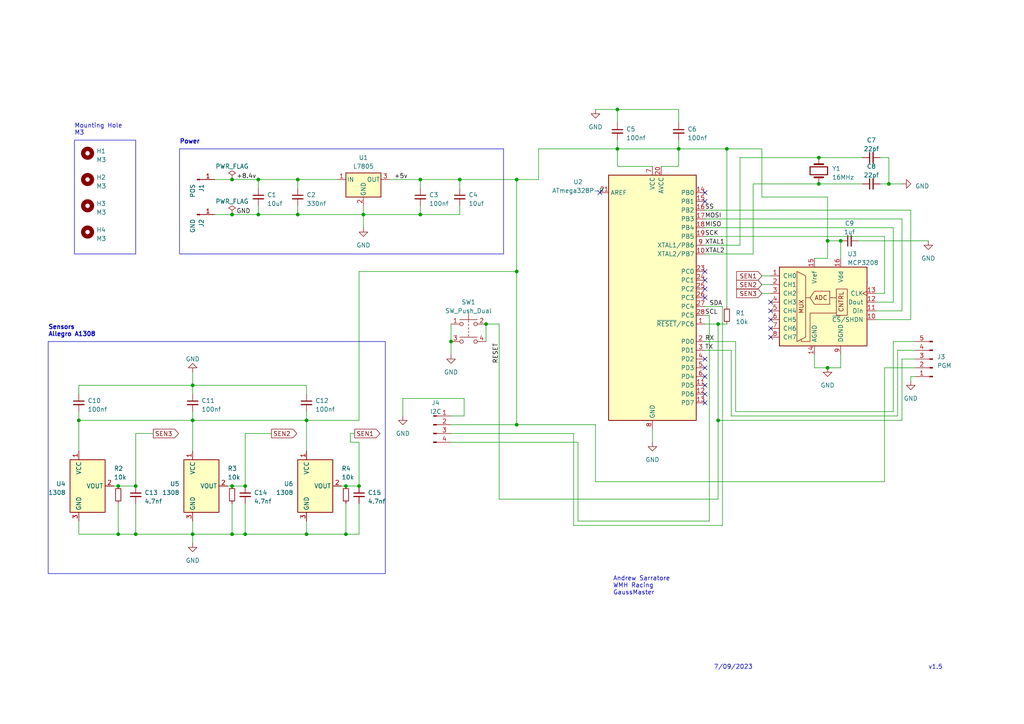
<source format=kicad_sch>
(kicad_sch (version 20230121) (generator eeschema)

  (uuid 2e27456e-b908-49f5-ad56-7934334332fc)

  (paper "A4")

  (lib_symbols
    (symbol "Analog_ADC:MCP3208" (pin_names (offset 1.016)) (in_bom yes) (on_board yes)
      (property "Reference" "U" (at -5.08 13.335 0)
        (effects (font (size 1.27 1.27)) (justify right))
      )
      (property "Value" "MCP3208" (at -5.08 11.43 0)
        (effects (font (size 1.27 1.27)) (justify right))
      )
      (property "Footprint" "" (at 2.54 2.54 0)
        (effects (font (size 1.27 1.27)) hide)
      )
      (property "Datasheet" "http://ww1.microchip.com/downloads/en/DeviceDoc/21298c.pdf" (at 2.54 2.54 0)
        (effects (font (size 1.27 1.27)) hide)
      )
      (property "ki_keywords" "12bit ADC Reference Single Supply SPI 8ch" (at 0 0 0)
        (effects (font (size 1.27 1.27)) hide)
      )
      (property "ki_description" "A/D Converter, 12-Bit, 8-Channel, SPI Interface , 2.7V-5.5V" (at 0 0 0)
        (effects (font (size 1.27 1.27)) hide)
      )
      (property "ki_fp_filters" "DIP*W7.62mm* SOIC*3.9x9.9mm*P1.27mm*" (at 0 0 0)
        (effects (font (size 1.27 1.27)) hide)
      )
      (symbol "MCP3208_0_0"
        (text "ADC" (at -0.635 1.27 0)
          (effects (font (size 1.27 1.27)))
        )
        (text "CNTRL" (at 5.969 -2.921 900)
          (effects (font (size 1.27 1.27)) (justify left bottom))
        )
        (text "MUX" (at -6.35 -1.27 900)
          (effects (font (size 1.27 1.27)))
        )
      )
      (symbol "MCP3208_0_1"
        (polyline
          (pts
            (xy -3.81 1.27)
            (xy -5.08 1.27)
          )
          (stroke (width 0) (type default))
          (fill (type none))
        )
        (polyline
          (pts
            (xy 1.905 1.27)
            (xy 3.81 1.27)
          )
          (stroke (width 0) (type default))
          (fill (type none))
        )
        (polyline
          (pts
            (xy -7.62 8.89)
            (xy -7.62 -11.43)
            (xy -5.08 -10.16)
            (xy -5.08 7.62)
            (xy -7.62 8.89)
          )
          (stroke (width 0) (type default))
          (fill (type none))
        )
        (polyline
          (pts
            (xy 3.81 -3.175)
            (xy -3.81 -3.175)
            (xy -3.81 -11.43)
            (xy -6.35 -11.43)
            (xy -6.35 -10.795)
          )
          (stroke (width 0) (type default))
          (fill (type none))
        )
        (polyline
          (pts
            (xy 1.905 3.175)
            (xy 1.905 -0.635)
            (xy -2.54 -0.635)
            (xy -3.81 1.27)
            (xy -2.54 3.175)
            (xy 1.905 3.175)
          )
          (stroke (width 0) (type default))
          (fill (type none))
        )
        (rectangle (start 3.81 -3.81) (end 6.985 3.81)
          (stroke (width 0) (type default))
          (fill (type none))
        )
        (rectangle (start 12.7 -12.7) (end -12.7 10.16)
          (stroke (width 0.254) (type default))
          (fill (type background))
        )
      )
      (symbol "MCP3208_1_1"
        (pin input line (at -15.24 7.62 0) (length 2.54)
          (name "CH0" (effects (font (size 1.27 1.27))))
          (number "1" (effects (font (size 1.27 1.27))))
        )
        (pin input line (at 15.24 -5.08 180) (length 2.54)
          (name "~{CS}/SHDN" (effects (font (size 1.27 1.27))))
          (number "10" (effects (font (size 1.27 1.27))))
        )
        (pin input line (at 15.24 -2.54 180) (length 2.54)
          (name "Din" (effects (font (size 1.27 1.27))))
          (number "11" (effects (font (size 1.27 1.27))))
        )
        (pin output line (at 15.24 0 180) (length 2.54)
          (name "Dout" (effects (font (size 1.27 1.27))))
          (number "12" (effects (font (size 1.27 1.27))))
        )
        (pin input clock (at 15.24 2.54 180) (length 2.54)
          (name "CLK" (effects (font (size 1.27 1.27))))
          (number "13" (effects (font (size 1.27 1.27))))
        )
        (pin power_in line (at -2.54 -15.24 90) (length 2.54)
          (name "AGND" (effects (font (size 1.27 1.27))))
          (number "14" (effects (font (size 1.27 1.27))))
        )
        (pin power_in line (at -2.54 12.7 270) (length 2.54)
          (name "Vref" (effects (font (size 1.27 1.27))))
          (number "15" (effects (font (size 1.27 1.27))))
        )
        (pin power_in line (at 5.08 12.7 270) (length 2.54)
          (name "Vdd" (effects (font (size 1.27 1.27))))
          (number "16" (effects (font (size 1.27 1.27))))
        )
        (pin input line (at -15.24 5.08 0) (length 2.54)
          (name "CH1" (effects (font (size 1.27 1.27))))
          (number "2" (effects (font (size 1.27 1.27))))
        )
        (pin input line (at -15.24 2.54 0) (length 2.54)
          (name "CH2" (effects (font (size 1.27 1.27))))
          (number "3" (effects (font (size 1.27 1.27))))
        )
        (pin input line (at -15.24 0 0) (length 2.54)
          (name "CH3" (effects (font (size 1.27 1.27))))
          (number "4" (effects (font (size 1.27 1.27))))
        )
        (pin input line (at -15.24 -2.54 0) (length 2.54)
          (name "CH4" (effects (font (size 1.27 1.27))))
          (number "5" (effects (font (size 1.27 1.27))))
        )
        (pin input line (at -15.24 -5.08 0) (length 2.54)
          (name "CH5" (effects (font (size 1.27 1.27))))
          (number "6" (effects (font (size 1.27 1.27))))
        )
        (pin input line (at -15.24 -7.62 0) (length 2.54)
          (name "CH6" (effects (font (size 1.27 1.27))))
          (number "7" (effects (font (size 1.27 1.27))))
        )
        (pin input line (at -15.24 -10.16 0) (length 2.54)
          (name "CH7" (effects (font (size 1.27 1.27))))
          (number "8" (effects (font (size 1.27 1.27))))
        )
        (pin power_in line (at 5.08 -15.24 90) (length 2.54)
          (name "DGND" (effects (font (size 1.27 1.27))))
          (number "9" (effects (font (size 1.27 1.27))))
        )
      )
    )
    (symbol "Connector:Conn_01x01_Pin" (pin_names (offset 1.016) hide) (in_bom yes) (on_board yes)
      (property "Reference" "J" (at 0 2.54 0)
        (effects (font (size 1.27 1.27)))
      )
      (property "Value" "Conn_01x01_Pin" (at 0 -2.54 0)
        (effects (font (size 1.27 1.27)))
      )
      (property "Footprint" "" (at 0 0 0)
        (effects (font (size 1.27 1.27)) hide)
      )
      (property "Datasheet" "~" (at 0 0 0)
        (effects (font (size 1.27 1.27)) hide)
      )
      (property "ki_locked" "" (at 0 0 0)
        (effects (font (size 1.27 1.27)))
      )
      (property "ki_keywords" "connector" (at 0 0 0)
        (effects (font (size 1.27 1.27)) hide)
      )
      (property "ki_description" "Generic connector, single row, 01x01, script generated" (at 0 0 0)
        (effects (font (size 1.27 1.27)) hide)
      )
      (property "ki_fp_filters" "Connector*:*_1x??_*" (at 0 0 0)
        (effects (font (size 1.27 1.27)) hide)
      )
      (symbol "Conn_01x01_Pin_1_1"
        (polyline
          (pts
            (xy 1.27 0)
            (xy 0.8636 0)
          )
          (stroke (width 0.1524) (type default))
          (fill (type none))
        )
        (rectangle (start 0.8636 0.127) (end 0 -0.127)
          (stroke (width 0.1524) (type default))
          (fill (type outline))
        )
        (pin passive line (at 5.08 0 180) (length 3.81)
          (name "Pin_1" (effects (font (size 1.27 1.27))))
          (number "1" (effects (font (size 1.27 1.27))))
        )
      )
    )
    (symbol "Connector:Conn_01x04_Pin" (pin_names (offset 1.016) hide) (in_bom yes) (on_board yes)
      (property "Reference" "J" (at 0 5.08 0)
        (effects (font (size 1.27 1.27)))
      )
      (property "Value" "Conn_01x04_Pin" (at 0 -7.62 0)
        (effects (font (size 1.27 1.27)))
      )
      (property "Footprint" "" (at 0 0 0)
        (effects (font (size 1.27 1.27)) hide)
      )
      (property "Datasheet" "~" (at 0 0 0)
        (effects (font (size 1.27 1.27)) hide)
      )
      (property "ki_locked" "" (at 0 0 0)
        (effects (font (size 1.27 1.27)))
      )
      (property "ki_keywords" "connector" (at 0 0 0)
        (effects (font (size 1.27 1.27)) hide)
      )
      (property "ki_description" "Generic connector, single row, 01x04, script generated" (at 0 0 0)
        (effects (font (size 1.27 1.27)) hide)
      )
      (property "ki_fp_filters" "Connector*:*_1x??_*" (at 0 0 0)
        (effects (font (size 1.27 1.27)) hide)
      )
      (symbol "Conn_01x04_Pin_1_1"
        (polyline
          (pts
            (xy 1.27 -5.08)
            (xy 0.8636 -5.08)
          )
          (stroke (width 0.1524) (type default))
          (fill (type none))
        )
        (polyline
          (pts
            (xy 1.27 -2.54)
            (xy 0.8636 -2.54)
          )
          (stroke (width 0.1524) (type default))
          (fill (type none))
        )
        (polyline
          (pts
            (xy 1.27 0)
            (xy 0.8636 0)
          )
          (stroke (width 0.1524) (type default))
          (fill (type none))
        )
        (polyline
          (pts
            (xy 1.27 2.54)
            (xy 0.8636 2.54)
          )
          (stroke (width 0.1524) (type default))
          (fill (type none))
        )
        (rectangle (start 0.8636 -4.953) (end 0 -5.207)
          (stroke (width 0.1524) (type default))
          (fill (type outline))
        )
        (rectangle (start 0.8636 -2.413) (end 0 -2.667)
          (stroke (width 0.1524) (type default))
          (fill (type outline))
        )
        (rectangle (start 0.8636 0.127) (end 0 -0.127)
          (stroke (width 0.1524) (type default))
          (fill (type outline))
        )
        (rectangle (start 0.8636 2.667) (end 0 2.413)
          (stroke (width 0.1524) (type default))
          (fill (type outline))
        )
        (pin passive line (at 5.08 2.54 180) (length 3.81)
          (name "Pin_1" (effects (font (size 1.27 1.27))))
          (number "1" (effects (font (size 1.27 1.27))))
        )
        (pin passive line (at 5.08 0 180) (length 3.81)
          (name "Pin_2" (effects (font (size 1.27 1.27))))
          (number "2" (effects (font (size 1.27 1.27))))
        )
        (pin passive line (at 5.08 -2.54 180) (length 3.81)
          (name "Pin_3" (effects (font (size 1.27 1.27))))
          (number "3" (effects (font (size 1.27 1.27))))
        )
        (pin passive line (at 5.08 -5.08 180) (length 3.81)
          (name "Pin_4" (effects (font (size 1.27 1.27))))
          (number "4" (effects (font (size 1.27 1.27))))
        )
      )
    )
    (symbol "Connector:Conn_01x05_Pin" (pin_names (offset 1.016) hide) (in_bom yes) (on_board yes)
      (property "Reference" "J" (at 0 7.62 0)
        (effects (font (size 1.27 1.27)))
      )
      (property "Value" "Conn_01x05_Pin" (at 0 -7.62 0)
        (effects (font (size 1.27 1.27)))
      )
      (property "Footprint" "" (at 0 0 0)
        (effects (font (size 1.27 1.27)) hide)
      )
      (property "Datasheet" "~" (at 0 0 0)
        (effects (font (size 1.27 1.27)) hide)
      )
      (property "ki_locked" "" (at 0 0 0)
        (effects (font (size 1.27 1.27)))
      )
      (property "ki_keywords" "connector" (at 0 0 0)
        (effects (font (size 1.27 1.27)) hide)
      )
      (property "ki_description" "Generic connector, single row, 01x05, script generated" (at 0 0 0)
        (effects (font (size 1.27 1.27)) hide)
      )
      (property "ki_fp_filters" "Connector*:*_1x??_*" (at 0 0 0)
        (effects (font (size 1.27 1.27)) hide)
      )
      (symbol "Conn_01x05_Pin_1_1"
        (polyline
          (pts
            (xy 1.27 -5.08)
            (xy 0.8636 -5.08)
          )
          (stroke (width 0.1524) (type default))
          (fill (type none))
        )
        (polyline
          (pts
            (xy 1.27 -2.54)
            (xy 0.8636 -2.54)
          )
          (stroke (width 0.1524) (type default))
          (fill (type none))
        )
        (polyline
          (pts
            (xy 1.27 0)
            (xy 0.8636 0)
          )
          (stroke (width 0.1524) (type default))
          (fill (type none))
        )
        (polyline
          (pts
            (xy 1.27 2.54)
            (xy 0.8636 2.54)
          )
          (stroke (width 0.1524) (type default))
          (fill (type none))
        )
        (polyline
          (pts
            (xy 1.27 5.08)
            (xy 0.8636 5.08)
          )
          (stroke (width 0.1524) (type default))
          (fill (type none))
        )
        (rectangle (start 0.8636 -4.953) (end 0 -5.207)
          (stroke (width 0.1524) (type default))
          (fill (type outline))
        )
        (rectangle (start 0.8636 -2.413) (end 0 -2.667)
          (stroke (width 0.1524) (type default))
          (fill (type outline))
        )
        (rectangle (start 0.8636 0.127) (end 0 -0.127)
          (stroke (width 0.1524) (type default))
          (fill (type outline))
        )
        (rectangle (start 0.8636 2.667) (end 0 2.413)
          (stroke (width 0.1524) (type default))
          (fill (type outline))
        )
        (rectangle (start 0.8636 5.207) (end 0 4.953)
          (stroke (width 0.1524) (type default))
          (fill (type outline))
        )
        (pin passive line (at 5.08 5.08 180) (length 3.81)
          (name "Pin_1" (effects (font (size 1.27 1.27))))
          (number "1" (effects (font (size 1.27 1.27))))
        )
        (pin passive line (at 5.08 2.54 180) (length 3.81)
          (name "Pin_2" (effects (font (size 1.27 1.27))))
          (number "2" (effects (font (size 1.27 1.27))))
        )
        (pin passive line (at 5.08 0 180) (length 3.81)
          (name "Pin_3" (effects (font (size 1.27 1.27))))
          (number "3" (effects (font (size 1.27 1.27))))
        )
        (pin passive line (at 5.08 -2.54 180) (length 3.81)
          (name "Pin_4" (effects (font (size 1.27 1.27))))
          (number "4" (effects (font (size 1.27 1.27))))
        )
        (pin passive line (at 5.08 -5.08 180) (length 3.81)
          (name "Pin_5" (effects (font (size 1.27 1.27))))
          (number "5" (effects (font (size 1.27 1.27))))
        )
      )
    )
    (symbol "Device:C_Small" (pin_numbers hide) (pin_names (offset 0.254) hide) (in_bom yes) (on_board yes)
      (property "Reference" "C" (at 0.254 1.778 0)
        (effects (font (size 1.27 1.27)) (justify left))
      )
      (property "Value" "C_Small" (at 0.254 -2.032 0)
        (effects (font (size 1.27 1.27)) (justify left))
      )
      (property "Footprint" "" (at 0 0 0)
        (effects (font (size 1.27 1.27)) hide)
      )
      (property "Datasheet" "~" (at 0 0 0)
        (effects (font (size 1.27 1.27)) hide)
      )
      (property "ki_keywords" "capacitor cap" (at 0 0 0)
        (effects (font (size 1.27 1.27)) hide)
      )
      (property "ki_description" "Unpolarized capacitor, small symbol" (at 0 0 0)
        (effects (font (size 1.27 1.27)) hide)
      )
      (property "ki_fp_filters" "C_*" (at 0 0 0)
        (effects (font (size 1.27 1.27)) hide)
      )
      (symbol "C_Small_0_1"
        (polyline
          (pts
            (xy -1.524 -0.508)
            (xy 1.524 -0.508)
          )
          (stroke (width 0.3302) (type default))
          (fill (type none))
        )
        (polyline
          (pts
            (xy -1.524 0.508)
            (xy 1.524 0.508)
          )
          (stroke (width 0.3048) (type default))
          (fill (type none))
        )
      )
      (symbol "C_Small_1_1"
        (pin passive line (at 0 2.54 270) (length 2.032)
          (name "~" (effects (font (size 1.27 1.27))))
          (number "1" (effects (font (size 1.27 1.27))))
        )
        (pin passive line (at 0 -2.54 90) (length 2.032)
          (name "~" (effects (font (size 1.27 1.27))))
          (number "2" (effects (font (size 1.27 1.27))))
        )
      )
    )
    (symbol "Device:Crystal" (pin_numbers hide) (pin_names (offset 1.016) hide) (in_bom yes) (on_board yes)
      (property "Reference" "Y" (at 0 3.81 0)
        (effects (font (size 1.27 1.27)))
      )
      (property "Value" "Crystal" (at 0 -3.81 0)
        (effects (font (size 1.27 1.27)))
      )
      (property "Footprint" "" (at 0 0 0)
        (effects (font (size 1.27 1.27)) hide)
      )
      (property "Datasheet" "~" (at 0 0 0)
        (effects (font (size 1.27 1.27)) hide)
      )
      (property "ki_keywords" "quartz ceramic resonator oscillator" (at 0 0 0)
        (effects (font (size 1.27 1.27)) hide)
      )
      (property "ki_description" "Two pin crystal" (at 0 0 0)
        (effects (font (size 1.27 1.27)) hide)
      )
      (property "ki_fp_filters" "Crystal*" (at 0 0 0)
        (effects (font (size 1.27 1.27)) hide)
      )
      (symbol "Crystal_0_1"
        (rectangle (start -1.143 2.54) (end 1.143 -2.54)
          (stroke (width 0.3048) (type default))
          (fill (type none))
        )
        (polyline
          (pts
            (xy -2.54 0)
            (xy -1.905 0)
          )
          (stroke (width 0) (type default))
          (fill (type none))
        )
        (polyline
          (pts
            (xy -1.905 -1.27)
            (xy -1.905 1.27)
          )
          (stroke (width 0.508) (type default))
          (fill (type none))
        )
        (polyline
          (pts
            (xy 1.905 -1.27)
            (xy 1.905 1.27)
          )
          (stroke (width 0.508) (type default))
          (fill (type none))
        )
        (polyline
          (pts
            (xy 2.54 0)
            (xy 1.905 0)
          )
          (stroke (width 0) (type default))
          (fill (type none))
        )
      )
      (symbol "Crystal_1_1"
        (pin passive line (at -3.81 0 0) (length 1.27)
          (name "1" (effects (font (size 1.27 1.27))))
          (number "1" (effects (font (size 1.27 1.27))))
        )
        (pin passive line (at 3.81 0 180) (length 1.27)
          (name "2" (effects (font (size 1.27 1.27))))
          (number "2" (effects (font (size 1.27 1.27))))
        )
      )
    )
    (symbol "Device:R_Small" (pin_numbers hide) (pin_names (offset 0.254) hide) (in_bom yes) (on_board yes)
      (property "Reference" "R" (at 0.762 0.508 0)
        (effects (font (size 1.27 1.27)) (justify left))
      )
      (property "Value" "R_Small" (at 0.762 -1.016 0)
        (effects (font (size 1.27 1.27)) (justify left))
      )
      (property "Footprint" "" (at 0 0 0)
        (effects (font (size 1.27 1.27)) hide)
      )
      (property "Datasheet" "~" (at 0 0 0)
        (effects (font (size 1.27 1.27)) hide)
      )
      (property "ki_keywords" "R resistor" (at 0 0 0)
        (effects (font (size 1.27 1.27)) hide)
      )
      (property "ki_description" "Resistor, small symbol" (at 0 0 0)
        (effects (font (size 1.27 1.27)) hide)
      )
      (property "ki_fp_filters" "R_*" (at 0 0 0)
        (effects (font (size 1.27 1.27)) hide)
      )
      (symbol "R_Small_0_1"
        (rectangle (start -0.762 1.778) (end 0.762 -1.778)
          (stroke (width 0.2032) (type default))
          (fill (type none))
        )
      )
      (symbol "R_Small_1_1"
        (pin passive line (at 0 2.54 270) (length 0.762)
          (name "~" (effects (font (size 1.27 1.27))))
          (number "1" (effects (font (size 1.27 1.27))))
        )
        (pin passive line (at 0 -2.54 90) (length 0.762)
          (name "~" (effects (font (size 1.27 1.27))))
          (number "2" (effects (font (size 1.27 1.27))))
        )
      )
    )
    (symbol "MCU_Microchip_ATmega:ATmega328P-P" (in_bom yes) (on_board yes)
      (property "Reference" "U" (at -12.7 36.83 0)
        (effects (font (size 1.27 1.27)) (justify left bottom))
      )
      (property "Value" "ATmega328P-P" (at 2.54 -36.83 0)
        (effects (font (size 1.27 1.27)) (justify left top))
      )
      (property "Footprint" "Package_DIP:DIP-28_W7.62mm" (at 0 0 0)
        (effects (font (size 1.27 1.27) italic) hide)
      )
      (property "Datasheet" "http://ww1.microchip.com/downloads/en/DeviceDoc/ATmega328_P%20AVR%20MCU%20with%20picoPower%20Technology%20Data%20Sheet%2040001984A.pdf" (at 0 0 0)
        (effects (font (size 1.27 1.27)) hide)
      )
      (property "ki_keywords" "AVR 8bit Microcontroller MegaAVR PicoPower" (at 0 0 0)
        (effects (font (size 1.27 1.27)) hide)
      )
      (property "ki_description" "20MHz, 32kB Flash, 2kB SRAM, 1kB EEPROM, DIP-28" (at 0 0 0)
        (effects (font (size 1.27 1.27)) hide)
      )
      (property "ki_fp_filters" "DIP*W7.62mm*" (at 0 0 0)
        (effects (font (size 1.27 1.27)) hide)
      )
      (symbol "ATmega328P-P_0_1"
        (rectangle (start -12.7 -35.56) (end 12.7 35.56)
          (stroke (width 0.254) (type default))
          (fill (type background))
        )
      )
      (symbol "ATmega328P-P_1_1"
        (pin bidirectional line (at 15.24 -7.62 180) (length 2.54)
          (name "~{RESET}/PC6" (effects (font (size 1.27 1.27))))
          (number "1" (effects (font (size 1.27 1.27))))
        )
        (pin bidirectional line (at 15.24 12.7 180) (length 2.54)
          (name "XTAL2/PB7" (effects (font (size 1.27 1.27))))
          (number "10" (effects (font (size 1.27 1.27))))
        )
        (pin bidirectional line (at 15.24 -25.4 180) (length 2.54)
          (name "PD5" (effects (font (size 1.27 1.27))))
          (number "11" (effects (font (size 1.27 1.27))))
        )
        (pin bidirectional line (at 15.24 -27.94 180) (length 2.54)
          (name "PD6" (effects (font (size 1.27 1.27))))
          (number "12" (effects (font (size 1.27 1.27))))
        )
        (pin bidirectional line (at 15.24 -30.48 180) (length 2.54)
          (name "PD7" (effects (font (size 1.27 1.27))))
          (number "13" (effects (font (size 1.27 1.27))))
        )
        (pin bidirectional line (at 15.24 30.48 180) (length 2.54)
          (name "PB0" (effects (font (size 1.27 1.27))))
          (number "14" (effects (font (size 1.27 1.27))))
        )
        (pin bidirectional line (at 15.24 27.94 180) (length 2.54)
          (name "PB1" (effects (font (size 1.27 1.27))))
          (number "15" (effects (font (size 1.27 1.27))))
        )
        (pin bidirectional line (at 15.24 25.4 180) (length 2.54)
          (name "PB2" (effects (font (size 1.27 1.27))))
          (number "16" (effects (font (size 1.27 1.27))))
        )
        (pin bidirectional line (at 15.24 22.86 180) (length 2.54)
          (name "PB3" (effects (font (size 1.27 1.27))))
          (number "17" (effects (font (size 1.27 1.27))))
        )
        (pin bidirectional line (at 15.24 20.32 180) (length 2.54)
          (name "PB4" (effects (font (size 1.27 1.27))))
          (number "18" (effects (font (size 1.27 1.27))))
        )
        (pin bidirectional line (at 15.24 17.78 180) (length 2.54)
          (name "PB5" (effects (font (size 1.27 1.27))))
          (number "19" (effects (font (size 1.27 1.27))))
        )
        (pin bidirectional line (at 15.24 -12.7 180) (length 2.54)
          (name "PD0" (effects (font (size 1.27 1.27))))
          (number "2" (effects (font (size 1.27 1.27))))
        )
        (pin power_in line (at 2.54 38.1 270) (length 2.54)
          (name "AVCC" (effects (font (size 1.27 1.27))))
          (number "20" (effects (font (size 1.27 1.27))))
        )
        (pin passive line (at -15.24 30.48 0) (length 2.54)
          (name "AREF" (effects (font (size 1.27 1.27))))
          (number "21" (effects (font (size 1.27 1.27))))
        )
        (pin passive line (at 0 -38.1 90) (length 2.54) hide
          (name "GND" (effects (font (size 1.27 1.27))))
          (number "22" (effects (font (size 1.27 1.27))))
        )
        (pin bidirectional line (at 15.24 7.62 180) (length 2.54)
          (name "PC0" (effects (font (size 1.27 1.27))))
          (number "23" (effects (font (size 1.27 1.27))))
        )
        (pin bidirectional line (at 15.24 5.08 180) (length 2.54)
          (name "PC1" (effects (font (size 1.27 1.27))))
          (number "24" (effects (font (size 1.27 1.27))))
        )
        (pin bidirectional line (at 15.24 2.54 180) (length 2.54)
          (name "PC2" (effects (font (size 1.27 1.27))))
          (number "25" (effects (font (size 1.27 1.27))))
        )
        (pin bidirectional line (at 15.24 0 180) (length 2.54)
          (name "PC3" (effects (font (size 1.27 1.27))))
          (number "26" (effects (font (size 1.27 1.27))))
        )
        (pin bidirectional line (at 15.24 -2.54 180) (length 2.54)
          (name "PC4" (effects (font (size 1.27 1.27))))
          (number "27" (effects (font (size 1.27 1.27))))
        )
        (pin bidirectional line (at 15.24 -5.08 180) (length 2.54)
          (name "PC5" (effects (font (size 1.27 1.27))))
          (number "28" (effects (font (size 1.27 1.27))))
        )
        (pin bidirectional line (at 15.24 -15.24 180) (length 2.54)
          (name "PD1" (effects (font (size 1.27 1.27))))
          (number "3" (effects (font (size 1.27 1.27))))
        )
        (pin bidirectional line (at 15.24 -17.78 180) (length 2.54)
          (name "PD2" (effects (font (size 1.27 1.27))))
          (number "4" (effects (font (size 1.27 1.27))))
        )
        (pin bidirectional line (at 15.24 -20.32 180) (length 2.54)
          (name "PD3" (effects (font (size 1.27 1.27))))
          (number "5" (effects (font (size 1.27 1.27))))
        )
        (pin bidirectional line (at 15.24 -22.86 180) (length 2.54)
          (name "PD4" (effects (font (size 1.27 1.27))))
          (number "6" (effects (font (size 1.27 1.27))))
        )
        (pin power_in line (at 0 38.1 270) (length 2.54)
          (name "VCC" (effects (font (size 1.27 1.27))))
          (number "7" (effects (font (size 1.27 1.27))))
        )
        (pin power_in line (at 0 -38.1 90) (length 2.54)
          (name "GND" (effects (font (size 1.27 1.27))))
          (number "8" (effects (font (size 1.27 1.27))))
        )
        (pin bidirectional line (at 15.24 15.24 180) (length 2.54)
          (name "XTAL1/PB6" (effects (font (size 1.27 1.27))))
          (number "9" (effects (font (size 1.27 1.27))))
        )
      )
    )
    (symbol "Mechanical:MountingHole" (pin_names (offset 1.016)) (in_bom yes) (on_board yes)
      (property "Reference" "H" (at 0 5.08 0)
        (effects (font (size 1.27 1.27)))
      )
      (property "Value" "MountingHole" (at 0 3.175 0)
        (effects (font (size 1.27 1.27)))
      )
      (property "Footprint" "" (at 0 0 0)
        (effects (font (size 1.27 1.27)) hide)
      )
      (property "Datasheet" "~" (at 0 0 0)
        (effects (font (size 1.27 1.27)) hide)
      )
      (property "ki_keywords" "mounting hole" (at 0 0 0)
        (effects (font (size 1.27 1.27)) hide)
      )
      (property "ki_description" "Mounting Hole without connection" (at 0 0 0)
        (effects (font (size 1.27 1.27)) hide)
      )
      (property "ki_fp_filters" "MountingHole*" (at 0 0 0)
        (effects (font (size 1.27 1.27)) hide)
      )
      (symbol "MountingHole_0_1"
        (circle (center 0 0) (radius 1.27)
          (stroke (width 1.27) (type default))
          (fill (type none))
        )
      )
    )
    (symbol "Regulator_Linear:L7805" (pin_names (offset 0.254)) (in_bom yes) (on_board yes)
      (property "Reference" "U" (at -3.81 3.175 0)
        (effects (font (size 1.27 1.27)))
      )
      (property "Value" "L7805" (at 0 3.175 0)
        (effects (font (size 1.27 1.27)) (justify left))
      )
      (property "Footprint" "" (at 0.635 -3.81 0)
        (effects (font (size 1.27 1.27) italic) (justify left) hide)
      )
      (property "Datasheet" "http://www.st.com/content/ccc/resource/technical/document/datasheet/41/4f/b3/b0/12/d4/47/88/CD00000444.pdf/files/CD00000444.pdf/jcr:content/translations/en.CD00000444.pdf" (at 0 -1.27 0)
        (effects (font (size 1.27 1.27)) hide)
      )
      (property "ki_keywords" "Voltage Regulator 1.5A Positive" (at 0 0 0)
        (effects (font (size 1.27 1.27)) hide)
      )
      (property "ki_description" "Positive 1.5A 35V Linear Regulator, Fixed Output 5V, TO-220/TO-263/TO-252" (at 0 0 0)
        (effects (font (size 1.27 1.27)) hide)
      )
      (property "ki_fp_filters" "TO?252* TO?263* TO?220*" (at 0 0 0)
        (effects (font (size 1.27 1.27)) hide)
      )
      (symbol "L7805_0_1"
        (rectangle (start -5.08 1.905) (end 5.08 -5.08)
          (stroke (width 0.254) (type default))
          (fill (type background))
        )
      )
      (symbol "L7805_1_1"
        (pin power_in line (at -7.62 0 0) (length 2.54)
          (name "IN" (effects (font (size 1.27 1.27))))
          (number "1" (effects (font (size 1.27 1.27))))
        )
        (pin power_in line (at 0 -7.62 90) (length 2.54)
          (name "GND" (effects (font (size 1.27 1.27))))
          (number "2" (effects (font (size 1.27 1.27))))
        )
        (pin power_out line (at 7.62 0 180) (length 2.54)
          (name "OUT" (effects (font (size 1.27 1.27))))
          (number "3" (effects (font (size 1.27 1.27))))
        )
      )
    )
    (symbol "Sensor_Magnetic:A1302KLHLT-T" (in_bom yes) (on_board yes)
      (property "Reference" "U" (at 0 11.43 0)
        (effects (font (size 1.27 1.27)) (justify left))
      )
      (property "Value" "A1302KLHLT-T" (at 0 8.89 0)
        (effects (font (size 1.27 1.27)) (justify left))
      )
      (property "Footprint" "Package_TO_SOT_SMD:SOT-23W" (at 0 -8.89 0)
        (effects (font (size 1.27 1.27) italic) (justify left) hide)
      )
      (property "Datasheet" "http://www.allegromicro.com/~/media/Files/Datasheets/A1301-2-Datasheet.ashx" (at -2.54 0 0)
        (effects (font (size 1.27 1.27)) hide)
      )
      (property "ki_keywords" "hall switch" (at 0 0 0)
        (effects (font (size 1.27 1.27)) hide)
      )
      (property "ki_description" "Linear Hall Effect Sensor, SOT-23W" (at 0 0 0)
        (effects (font (size 1.27 1.27)) hide)
      )
      (property "ki_fp_filters" "SOT?23W*" (at 0 0 0)
        (effects (font (size 1.27 1.27)) hide)
      )
      (symbol "A1302KLHLT-T_0_1"
        (rectangle (start -5.08 7.62) (end 5.08 -7.62)
          (stroke (width 0.254) (type default))
          (fill (type background))
        )
      )
      (symbol "A1302KLHLT-T_1_1"
        (pin power_in line (at -2.54 10.16 270) (length 2.54)
          (name "VCC" (effects (font (size 1.27 1.27))))
          (number "1" (effects (font (size 1.27 1.27))))
        )
        (pin output line (at 7.62 0 180) (length 2.54)
          (name "VOUT" (effects (font (size 1.27 1.27))))
          (number "2" (effects (font (size 1.27 1.27))))
        )
        (pin power_in line (at -2.54 -10.16 90) (length 2.54)
          (name "GND" (effects (font (size 1.27 1.27))))
          (number "3" (effects (font (size 1.27 1.27))))
        )
      )
    )
    (symbol "Switch:SW_Push_Dual" (pin_names (offset 1.016) hide) (in_bom yes) (on_board yes)
      (property "Reference" "SW" (at 1.27 2.54 0)
        (effects (font (size 1.27 1.27)) (justify left))
      )
      (property "Value" "SW_Push_Dual" (at 0 -6.858 0)
        (effects (font (size 1.27 1.27)))
      )
      (property "Footprint" "" (at 0 5.08 0)
        (effects (font (size 1.27 1.27)) hide)
      )
      (property "Datasheet" "~" (at 0 5.08 0)
        (effects (font (size 1.27 1.27)) hide)
      )
      (property "ki_keywords" "switch normally-open pushbutton push-button" (at 0 0 0)
        (effects (font (size 1.27 1.27)) hide)
      )
      (property "ki_description" "Push button switch, generic, symbol, four pins" (at 0 0 0)
        (effects (font (size 1.27 1.27)) hide)
      )
      (symbol "SW_Push_Dual_0_1"
        (circle (center -2.032 -5.08) (radius 0.508)
          (stroke (width 0) (type default))
          (fill (type none))
        )
        (circle (center -2.032 0) (radius 0.508)
          (stroke (width 0) (type default))
          (fill (type none))
        )
        (polyline
          (pts
            (xy 0 -3.048)
            (xy 0 -3.556)
          )
          (stroke (width 0) (type default))
          (fill (type none))
        )
        (polyline
          (pts
            (xy 0 -2.032)
            (xy 0 -2.54)
          )
          (stroke (width 0) (type default))
          (fill (type none))
        )
        (polyline
          (pts
            (xy 0 -1.524)
            (xy 0 -1.016)
          )
          (stroke (width 0) (type default))
          (fill (type none))
        )
        (polyline
          (pts
            (xy 0 -0.508)
            (xy 0 0)
          )
          (stroke (width 0) (type default))
          (fill (type none))
        )
        (polyline
          (pts
            (xy 0 0.508)
            (xy 0 1.016)
          )
          (stroke (width 0) (type default))
          (fill (type none))
        )
        (polyline
          (pts
            (xy 0 1.27)
            (xy 0 3.048)
          )
          (stroke (width 0) (type default))
          (fill (type none))
        )
        (polyline
          (pts
            (xy 2.54 -3.81)
            (xy -2.54 -3.81)
          )
          (stroke (width 0) (type default))
          (fill (type none))
        )
        (polyline
          (pts
            (xy 2.54 1.27)
            (xy -2.54 1.27)
          )
          (stroke (width 0) (type default))
          (fill (type none))
        )
        (circle (center 2.032 -5.08) (radius 0.508)
          (stroke (width 0) (type default))
          (fill (type none))
        )
        (circle (center 2.032 0) (radius 0.508)
          (stroke (width 0) (type default))
          (fill (type none))
        )
        (pin passive line (at -5.08 0 0) (length 2.54)
          (name "1" (effects (font (size 1.27 1.27))))
          (number "1" (effects (font (size 1.27 1.27))))
        )
        (pin passive line (at 5.08 0 180) (length 2.54)
          (name "2" (effects (font (size 1.27 1.27))))
          (number "2" (effects (font (size 1.27 1.27))))
        )
        (pin passive line (at -5.08 -5.08 0) (length 2.54)
          (name "3" (effects (font (size 1.27 1.27))))
          (number "3" (effects (font (size 1.27 1.27))))
        )
        (pin passive line (at 5.08 -5.08 180) (length 2.54)
          (name "4" (effects (font (size 1.27 1.27))))
          (number "4" (effects (font (size 1.27 1.27))))
        )
      )
    )
    (symbol "power:GND" (power) (pin_names (offset 0)) (in_bom yes) (on_board yes)
      (property "Reference" "#PWR" (at 0 -6.35 0)
        (effects (font (size 1.27 1.27)) hide)
      )
      (property "Value" "GND" (at 0 -3.81 0)
        (effects (font (size 1.27 1.27)))
      )
      (property "Footprint" "" (at 0 0 0)
        (effects (font (size 1.27 1.27)) hide)
      )
      (property "Datasheet" "" (at 0 0 0)
        (effects (font (size 1.27 1.27)) hide)
      )
      (property "ki_keywords" "global power" (at 0 0 0)
        (effects (font (size 1.27 1.27)) hide)
      )
      (property "ki_description" "Power symbol creates a global label with name \"GND\" , ground" (at 0 0 0)
        (effects (font (size 1.27 1.27)) hide)
      )
      (symbol "GND_0_1"
        (polyline
          (pts
            (xy 0 0)
            (xy 0 -1.27)
            (xy 1.27 -1.27)
            (xy 0 -2.54)
            (xy -1.27 -1.27)
            (xy 0 -1.27)
          )
          (stroke (width 0) (type default))
          (fill (type none))
        )
      )
      (symbol "GND_1_1"
        (pin power_in line (at 0 0 270) (length 0) hide
          (name "GND" (effects (font (size 1.27 1.27))))
          (number "1" (effects (font (size 1.27 1.27))))
        )
      )
    )
    (symbol "power:PWR_FLAG" (power) (pin_numbers hide) (pin_names (offset 0) hide) (in_bom yes) (on_board yes)
      (property "Reference" "#FLG" (at 0 1.905 0)
        (effects (font (size 1.27 1.27)) hide)
      )
      (property "Value" "PWR_FLAG" (at 0 3.81 0)
        (effects (font (size 1.27 1.27)))
      )
      (property "Footprint" "" (at 0 0 0)
        (effects (font (size 1.27 1.27)) hide)
      )
      (property "Datasheet" "~" (at 0 0 0)
        (effects (font (size 1.27 1.27)) hide)
      )
      (property "ki_keywords" "flag power" (at 0 0 0)
        (effects (font (size 1.27 1.27)) hide)
      )
      (property "ki_description" "Special symbol for telling ERC where power comes from" (at 0 0 0)
        (effects (font (size 1.27 1.27)) hide)
      )
      (symbol "PWR_FLAG_0_0"
        (pin power_out line (at 0 0 90) (length 0)
          (name "pwr" (effects (font (size 1.27 1.27))))
          (number "1" (effects (font (size 1.27 1.27))))
        )
      )
      (symbol "PWR_FLAG_0_1"
        (polyline
          (pts
            (xy 0 0)
            (xy 0 1.27)
            (xy -1.016 1.905)
            (xy 0 2.54)
            (xy 1.016 1.905)
            (xy 0 1.27)
          )
          (stroke (width 0) (type default))
          (fill (type none))
        )
      )
    )
  )

  (junction (at 88.9 154.94) (diameter 0) (color 0 0 0 0)
    (uuid 07cb4feb-8473-49bd-80e1-00ee3af90b32)
  )
  (junction (at 121.92 62.23) (diameter 0) (color 0 0 0 0)
    (uuid 1202909b-fa8d-4c0d-a26d-677cd774dd6c)
  )
  (junction (at 196.85 43.18) (diameter 0) (color 0 0 0 0)
    (uuid 1350d289-e8aa-41b2-93c2-ad7c2420a358)
  )
  (junction (at 240.03 106.68) (diameter 0) (color 0 0 0 0)
    (uuid 158538de-2559-4ccc-97f1-65176f2f0038)
  )
  (junction (at 100.33 154.94) (diameter 0) (color 0 0 0 0)
    (uuid 1ef933e3-41ff-47b2-a225-4d6183b9dcd7)
  )
  (junction (at 243.84 69.85) (diameter 0) (color 0 0 0 0)
    (uuid 25408147-e4d7-4ce9-bf5e-9c29ff3e7f97)
  )
  (junction (at 34.29 140.97) (diameter 0) (color 0 0 0 0)
    (uuid 260e5edd-ccb1-4823-b416-d7a5dfa5dd3d)
  )
  (junction (at 257.81 53.34) (diameter 0) (color 0 0 0 0)
    (uuid 268c6fe6-177f-46ef-831d-2385432e02e6)
  )
  (junction (at 74.93 52.07) (diameter 0) (color 0 0 0 0)
    (uuid 29fe3230-04be-4b44-9ae1-94cb665b44ea)
  )
  (junction (at 86.36 52.07) (diameter 0) (color 0 0 0 0)
    (uuid 2f3cb18e-da8e-475a-8e8c-25d6cc8b1bb8)
  )
  (junction (at 133.35 52.07) (diameter 0) (color 0 0 0 0)
    (uuid 335c2ca8-e719-4ef9-9868-0f90baac7860)
  )
  (junction (at 55.88 121.92) (diameter 0) (color 0 0 0 0)
    (uuid 3669c674-0c12-4a80-ab90-86fb75dbf3b2)
  )
  (junction (at 39.37 154.94) (diameter 0) (color 0 0 0 0)
    (uuid 3d0b3a0f-df41-4836-a880-19385f75de92)
  )
  (junction (at 149.86 78.74) (diameter 0) (color 0 0 0 0)
    (uuid 4f09fbae-5259-4134-bb5d-4a94c5a47c0b)
  )
  (junction (at 140.97 93.98) (diameter 0) (color 0 0 0 0)
    (uuid 5d33d2ad-cc2b-4b77-8d3b-58e26aa88aca)
  )
  (junction (at 39.37 140.97) (diameter 0) (color 0 0 0 0)
    (uuid 65c77b7f-5831-45cb-a6f0-3b6181fe9bdf)
  )
  (junction (at 88.9 121.92) (diameter 0) (color 0 0 0 0)
    (uuid 775c1102-273d-4d82-84e9-5ea2ea12a570)
  )
  (junction (at 105.41 62.23) (diameter 0) (color 0 0 0 0)
    (uuid 7a41d328-ac75-4f6f-bb94-aa070948593c)
  )
  (junction (at 67.31 154.94) (diameter 0) (color 0 0 0 0)
    (uuid 7df971d7-cb20-403b-834b-62ddbb39abe5)
  )
  (junction (at 86.36 62.23) (diameter 0) (color 0 0 0 0)
    (uuid 7eefe8c2-485b-4d6e-9ae3-c4eac0c56fa4)
  )
  (junction (at 55.88 111.76) (diameter 0) (color 0 0 0 0)
    (uuid 8afaaebc-4e8c-4e80-9dee-817c36015b16)
  )
  (junction (at 67.31 140.97) (diameter 0) (color 0 0 0 0)
    (uuid 9579f80f-7890-4bcb-82ab-59704a3e1872)
  )
  (junction (at 34.29 154.94) (diameter 0) (color 0 0 0 0)
    (uuid 959ec326-2430-4b55-8b44-875a7400b9a0)
  )
  (junction (at 121.92 52.07) (diameter 0) (color 0 0 0 0)
    (uuid 9daacc89-9ef0-4248-b2c7-c7ee60a0546c)
  )
  (junction (at 210.82 43.18) (diameter 0) (color 0 0 0 0)
    (uuid a2649f3d-40e9-48b8-86ac-649502a85ff3)
  )
  (junction (at 179.07 43.18) (diameter 0) (color 0 0 0 0)
    (uuid a970ed41-9137-427c-bcfc-045762c49e57)
  )
  (junction (at 22.86 121.92) (diameter 0) (color 0 0 0 0)
    (uuid ab7c7181-470b-409a-9234-fc58288e970a)
  )
  (junction (at 237.49 45.72) (diameter 0) (color 0 0 0 0)
    (uuid b17964d0-b57e-425b-a768-62e14a377c43)
  )
  (junction (at 104.14 140.97) (diameter 0) (color 0 0 0 0)
    (uuid c5c0e877-ae93-4bd2-bd19-5546f542e8aa)
  )
  (junction (at 67.31 52.07) (diameter 0) (color 0 0 0 0)
    (uuid c831b85a-a27c-456b-aca3-dbb98de0e5c0)
  )
  (junction (at 130.81 99.06) (diameter 0) (color 0 0 0 0)
    (uuid d9da4eef-2d40-4d8c-bb8b-b4b3271f1a45)
  )
  (junction (at 55.88 154.94) (diameter 0) (color 0 0 0 0)
    (uuid dc2acc47-0a9f-4e2d-a034-df3c32a9d2b8)
  )
  (junction (at 71.12 140.97) (diameter 0) (color 0 0 0 0)
    (uuid de1d8d1a-9849-4dae-af96-5a132209adb9)
  )
  (junction (at 149.86 123.19) (diameter 0) (color 0 0 0 0)
    (uuid e279011b-1c9b-47a4-b394-74ed76b3ede5)
  )
  (junction (at 100.33 140.97) (diameter 0) (color 0 0 0 0)
    (uuid e649bba5-6ad9-406a-8254-4a5235373e4d)
  )
  (junction (at 237.49 53.34) (diameter 0) (color 0 0 0 0)
    (uuid e77773e7-e0cb-47e8-b9f2-88faa00c9cf9)
  )
  (junction (at 208.28 121.92) (diameter 0) (color 0 0 0 0)
    (uuid e85c5855-ead8-417a-8225-956febd48ab9)
  )
  (junction (at 208.28 93.98) (diameter 0) (color 0 0 0 0)
    (uuid ec0ad6f5-a891-41fe-9205-a33e206730e4)
  )
  (junction (at 67.31 62.23) (diameter 0) (color 0 0 0 0)
    (uuid f27d2a16-ac06-4669-b0fc-cba3bd939e35)
  )
  (junction (at 74.93 62.23) (diameter 0) (color 0 0 0 0)
    (uuid f3087ff1-bb1b-4241-8767-037f2e497678)
  )
  (junction (at 240.03 69.85) (diameter 0) (color 0 0 0 0)
    (uuid f40d3f6c-b8be-4e79-b5b9-f0428ce4f36e)
  )
  (junction (at 179.07 31.75) (diameter 0) (color 0 0 0 0)
    (uuid f61b355c-bc28-4e84-9b21-22ff18f7eab0)
  )
  (junction (at 71.12 154.94) (diameter 0) (color 0 0 0 0)
    (uuid f7ba24a6-edec-48a8-990d-9dfa7482880f)
  )
  (junction (at 149.86 52.07) (diameter 0) (color 0 0 0 0)
    (uuid f9f863d9-ae0e-4fec-9d62-30ad8b3e96f8)
  )

  (no_connect (at 204.47 114.3) (uuid 00190ed6-f880-424a-915f-b9d74931d458))
  (no_connect (at 204.47 81.28) (uuid 0887db35-2d63-4a84-9668-8b9dbd486eeb))
  (no_connect (at 204.47 55.88) (uuid 2fdab920-8cff-4162-bb4d-a57069ac7032))
  (no_connect (at 204.47 104.14) (uuid 49cf6682-ae8e-440b-9473-2321be8d0caf))
  (no_connect (at 223.52 87.63) (uuid 4cad7f1f-0524-4a56-bf00-cabe440b162e))
  (no_connect (at 204.47 78.74) (uuid 59000483-2709-4d91-b061-551f7900de92))
  (no_connect (at 223.52 90.17) (uuid 607863c5-1568-4d5f-b389-b1234e8e853d))
  (no_connect (at 204.47 111.76) (uuid 6a692412-8c3d-4a5a-bed7-97b9f7ae5732))
  (no_connect (at 223.52 97.79) (uuid 77eb8f52-a11b-4ace-a8fa-99cab829b7b7))
  (no_connect (at 204.47 109.22) (uuid 86d77d78-2664-4f30-be63-39358e3b422c))
  (no_connect (at 204.47 116.84) (uuid 90f6b5b5-e59d-40d0-8af3-53a127536d56))
  (no_connect (at 223.52 95.25) (uuid 910bf830-2776-4a05-b77e-d25530133c9d))
  (no_connect (at 173.99 55.88) (uuid a688b4c3-33bb-4e56-9076-57478f929a13))
  (no_connect (at 204.47 86.36) (uuid ab2fcfd6-3509-4ad5-a94e-862a8c55d16c))
  (no_connect (at 204.47 83.82) (uuid b909f8c7-a961-4f7e-b223-55c9efa0fd1c))
  (no_connect (at 223.52 92.71) (uuid bb8c3d99-dc32-45b8-88d7-cda4a96e6e73))
  (no_connect (at 204.47 106.68) (uuid da806390-dbf8-4762-a5ae-9a2c9fcc1284))
  (no_connect (at 204.47 58.42) (uuid e2067547-68c1-4f11-aa3a-2b55c6902c1e))

  (wire (pts (xy 259.08 119.38) (xy 259.08 99.06))
    (stroke (width 0) (type default))
    (uuid 016808ba-319d-4a6e-90cb-424a0dea5a3c)
  )
  (wire (pts (xy 264.16 92.71) (xy 254 92.71))
    (stroke (width 0) (type default))
    (uuid 0a56f171-a641-489a-b413-b1591d4374ca)
  )
  (wire (pts (xy 149.86 52.07) (xy 156.21 52.07))
    (stroke (width 0) (type default))
    (uuid 0bd3e06a-9fe2-4918-b884-ad47f1940e7b)
  )
  (wire (pts (xy 218.44 53.34) (xy 218.44 73.66))
    (stroke (width 0) (type default))
    (uuid 0c5f19a8-5f61-498c-b3cb-6a0b219f6823)
  )
  (wire (pts (xy 240.03 106.68) (xy 243.84 106.68))
    (stroke (width 0) (type default))
    (uuid 11891097-0981-4d0e-a88a-93866f83f0f5)
  )
  (wire (pts (xy 88.9 121.92) (xy 88.9 130.81))
    (stroke (width 0) (type default))
    (uuid 14776fcc-58fb-4c95-a993-c85e6e92170c)
  )
  (wire (pts (xy 34.29 146.05) (xy 34.29 154.94))
    (stroke (width 0) (type default))
    (uuid 15b7bc11-3aed-42c2-a986-66f666d22619)
  )
  (wire (pts (xy 237.49 45.72) (xy 214.63 45.72))
    (stroke (width 0) (type default))
    (uuid 162b6a99-825f-461d-91b4-c8941234c58d)
  )
  (wire (pts (xy 88.9 154.94) (xy 100.33 154.94))
    (stroke (width 0) (type default))
    (uuid 16354711-a43e-4ffc-aa77-66920609ff33)
  )
  (wire (pts (xy 74.93 54.61) (xy 74.93 52.07))
    (stroke (width 0) (type default))
    (uuid 16a3de5e-2836-4659-8198-3d7ad4d7a80f)
  )
  (wire (pts (xy 256.54 68.58) (xy 256.54 85.09))
    (stroke (width 0) (type default))
    (uuid 17571f1b-4b3f-45b7-89c8-0325c65fad55)
  )
  (wire (pts (xy 243.84 69.85) (xy 243.84 74.93))
    (stroke (width 0) (type default))
    (uuid 182f4a27-a65a-4423-b47e-2f7c4adfabe1)
  )
  (wire (pts (xy 264.16 60.96) (xy 264.16 92.71))
    (stroke (width 0) (type default))
    (uuid 195ef6be-7851-4830-b786-9f7232567a84)
  )
  (wire (pts (xy 208.28 93.98) (xy 208.28 121.92))
    (stroke (width 0) (type default))
    (uuid 198c54b0-f743-46e8-b2de-f4a3a9f43c1a)
  )
  (wire (pts (xy 121.92 52.07) (xy 133.35 52.07))
    (stroke (width 0) (type default))
    (uuid 199818ea-5d1c-4047-8fd0-5b6b4290f3e4)
  )
  (wire (pts (xy 220.98 80.01) (xy 223.52 80.01))
    (stroke (width 0) (type default))
    (uuid 19cff2c3-828a-4e7a-9d23-f702834af34e)
  )
  (wire (pts (xy 166.37 125.73) (xy 166.37 152.4))
    (stroke (width 0) (type default))
    (uuid 1b0d9c95-e688-4067-8fde-1e9b318b6f44)
  )
  (wire (pts (xy 189.23 48.26) (xy 179.07 48.26))
    (stroke (width 0) (type default))
    (uuid 1dccb3f9-de58-47b8-ad76-0a341b00c9b1)
  )
  (wire (pts (xy 55.88 111.76) (xy 88.9 111.76))
    (stroke (width 0) (type default))
    (uuid 1f467e1a-a930-4de7-9454-bd5501042cd5)
  )
  (wire (pts (xy 86.36 52.07) (xy 86.36 54.61))
    (stroke (width 0) (type default))
    (uuid 20983b7a-1e6c-41f3-8905-bfb4c4c7b1ff)
  )
  (wire (pts (xy 104.14 140.97) (xy 104.14 128.27))
    (stroke (width 0) (type default))
    (uuid 220f566c-5b93-4622-acde-f562b629983a)
  )
  (wire (pts (xy 205.74 91.44) (xy 204.47 91.44))
    (stroke (width 0) (type default))
    (uuid 225733ef-7c26-4753-b844-be399625acff)
  )
  (wire (pts (xy 218.44 73.66) (xy 204.47 73.66))
    (stroke (width 0) (type default))
    (uuid 246a8911-803a-44c0-8462-20a5d3ecfda4)
  )
  (wire (pts (xy 116.84 115.57) (xy 134.62 115.57))
    (stroke (width 0) (type default))
    (uuid 25c7f3b0-d59f-436a-bce3-127ac60df055)
  )
  (wire (pts (xy 167.64 151.13) (xy 205.74 151.13))
    (stroke (width 0) (type default))
    (uuid 26cd4899-3176-453c-92d5-491dad70c836)
  )
  (wire (pts (xy 55.88 111.76) (xy 55.88 114.3))
    (stroke (width 0) (type default))
    (uuid 29081c6f-de47-4d1e-aaba-92e703489a54)
  )
  (wire (pts (xy 259.08 66.04) (xy 259.08 87.63))
    (stroke (width 0) (type default))
    (uuid 2b11656b-fb4d-434a-8921-4f13cb1f210d)
  )
  (wire (pts (xy 220.98 85.09) (xy 223.52 85.09))
    (stroke (width 0) (type default))
    (uuid 2cbd69ce-4731-4432-b3d4-cc32de8ccb7c)
  )
  (wire (pts (xy 22.86 119.38) (xy 22.86 121.92))
    (stroke (width 0) (type default))
    (uuid 2d485bd2-fc61-45ca-809d-d2b144e66a85)
  )
  (wire (pts (xy 237.49 53.34) (xy 250.19 53.34))
    (stroke (width 0) (type default))
    (uuid 2d9b996a-6a6e-4412-84e3-755ee3973299)
  )
  (wire (pts (xy 104.14 146.05) (xy 104.14 154.94))
    (stroke (width 0) (type default))
    (uuid 30e58a84-b680-490c-9d9d-81c22a474031)
  )
  (wire (pts (xy 134.62 120.65) (xy 130.81 120.65))
    (stroke (width 0) (type default))
    (uuid 31865e20-2e33-40d0-b00f-8a3f19fb5d86)
  )
  (wire (pts (xy 191.77 48.26) (xy 196.85 48.26))
    (stroke (width 0) (type default))
    (uuid 34e89a24-e3ad-4b99-81f2-43dc06712b58)
  )
  (wire (pts (xy 71.12 125.73) (xy 78.74 125.73))
    (stroke (width 0) (type default))
    (uuid 35a9d7e7-84f4-482d-ab27-efa5b668619a)
  )
  (wire (pts (xy 257.81 53.34) (xy 257.81 45.72))
    (stroke (width 0) (type default))
    (uuid 36bcf659-7f66-4e3d-b643-5a4f6e65e248)
  )
  (wire (pts (xy 212.09 101.6) (xy 212.09 120.65))
    (stroke (width 0) (type default))
    (uuid 37d634cc-b645-450a-8223-f2a5510c385c)
  )
  (wire (pts (xy 55.88 121.92) (xy 55.88 130.81))
    (stroke (width 0) (type default))
    (uuid 38371f49-22b9-42ac-91d6-7662635afc88)
  )
  (wire (pts (xy 88.9 111.76) (xy 88.9 114.3))
    (stroke (width 0) (type default))
    (uuid 3942e2ae-5392-4341-ad1c-5ee34ea2b0cd)
  )
  (wire (pts (xy 236.22 106.68) (xy 240.03 106.68))
    (stroke (width 0) (type default))
    (uuid 398e6411-178e-4efd-9d4f-5bf77b89605e)
  )
  (wire (pts (xy 261.62 121.92) (xy 261.62 104.14))
    (stroke (width 0) (type default))
    (uuid 39ad086f-8b06-488a-93f5-e3876b64b284)
  )
  (wire (pts (xy 243.84 106.68) (xy 243.84 102.87))
    (stroke (width 0) (type default))
    (uuid 3b224de4-cfd6-490a-b572-185db2e2382c)
  )
  (wire (pts (xy 156.21 43.18) (xy 179.07 43.18))
    (stroke (width 0) (type default))
    (uuid 3e249fe5-a189-40a5-82af-90618624d882)
  )
  (wire (pts (xy 172.72 31.75) (xy 179.07 31.75))
    (stroke (width 0) (type default))
    (uuid 3e2ba814-ddc7-4256-a3bb-06eae7c858da)
  )
  (wire (pts (xy 240.03 57.15) (xy 240.03 69.85))
    (stroke (width 0) (type default))
    (uuid 3e55a9b0-77c0-4107-abdf-a03e2c459916)
  )
  (wire (pts (xy 256.54 139.7) (xy 256.54 106.68))
    (stroke (width 0) (type default))
    (uuid 3ec70d24-3aaa-49e4-8502-e4aebf6dc704)
  )
  (wire (pts (xy 236.22 74.93) (xy 240.03 74.93))
    (stroke (width 0) (type default))
    (uuid 3faaf5ec-ca1b-451a-8067-54a63a489c45)
  )
  (wire (pts (xy 179.07 31.75) (xy 196.85 31.75))
    (stroke (width 0) (type default))
    (uuid 41d9ec2b-dfcc-49db-8ae8-8d8f2fca1d24)
  )
  (wire (pts (xy 196.85 48.26) (xy 196.85 43.18))
    (stroke (width 0) (type default))
    (uuid 42191fe5-a3d0-4f4f-aac6-20221105ed41)
  )
  (wire (pts (xy 22.86 121.92) (xy 22.86 130.81))
    (stroke (width 0) (type default))
    (uuid 428fc465-c8a6-4547-9295-fad806cd3431)
  )
  (wire (pts (xy 257.81 45.72) (xy 255.27 45.72))
    (stroke (width 0) (type default))
    (uuid 46087603-2c27-464f-bcf3-93ba35adf671)
  )
  (wire (pts (xy 212.09 120.65) (xy 260.35 120.65))
    (stroke (width 0) (type default))
    (uuid 490d9859-15cd-4374-be60-209b2f6c8dbc)
  )
  (wire (pts (xy 213.36 99.06) (xy 213.36 119.38))
    (stroke (width 0) (type default))
    (uuid 4951fb10-f35b-4e88-9bd1-a6c175ee5164)
  )
  (wire (pts (xy 172.72 123.19) (xy 172.72 139.7))
    (stroke (width 0) (type default))
    (uuid 4b291e78-257f-45a6-95c4-58eafaf5515c)
  )
  (wire (pts (xy 179.07 43.18) (xy 179.07 40.64))
    (stroke (width 0) (type default))
    (uuid 4d347b09-24eb-4a65-87dd-d8dd3024fe56)
  )
  (wire (pts (xy 74.93 59.69) (xy 74.93 62.23))
    (stroke (width 0) (type default))
    (uuid 53cc9fb1-5486-4b13-a1a6-41ea3c7e351d)
  )
  (wire (pts (xy 133.35 62.23) (xy 121.92 62.23))
    (stroke (width 0) (type default))
    (uuid 54ea96a5-5a36-4658-82f7-2f01ec85bb74)
  )
  (wire (pts (xy 220.98 82.55) (xy 223.52 82.55))
    (stroke (width 0) (type default))
    (uuid 558f87d7-c8e6-4d17-9f9a-9ce8ac76eab9)
  )
  (wire (pts (xy 133.35 52.07) (xy 133.35 54.61))
    (stroke (width 0) (type default))
    (uuid 55b79683-d686-4394-9eec-7c70e259224b)
  )
  (wire (pts (xy 248.92 69.85) (xy 269.24 69.85))
    (stroke (width 0) (type default))
    (uuid 55d39e63-c6a3-4805-bc20-7038e9adbfb0)
  )
  (wire (pts (xy 259.08 87.63) (xy 254 87.63))
    (stroke (width 0) (type default))
    (uuid 5a6b46c6-bd9b-4db7-adc8-2b1aa102e272)
  )
  (wire (pts (xy 208.28 93.98) (xy 210.82 93.98))
    (stroke (width 0) (type default))
    (uuid 5ad9b105-45ce-4390-81fa-cc6fe46a8c59)
  )
  (wire (pts (xy 149.86 123.19) (xy 149.86 78.74))
    (stroke (width 0) (type default))
    (uuid 5bac86de-d3b7-4b24-af0f-f89028a97cd9)
  )
  (wire (pts (xy 39.37 146.05) (xy 39.37 154.94))
    (stroke (width 0) (type default))
    (uuid 5d369c5a-039e-4dc8-9508-a600bed0c295)
  )
  (wire (pts (xy 71.12 146.05) (xy 71.12 154.94))
    (stroke (width 0) (type default))
    (uuid 5d72c40a-eb5d-4eb0-85d7-b8ca9dbfcb8b)
  )
  (wire (pts (xy 196.85 31.75) (xy 196.85 35.56))
    (stroke (width 0) (type default))
    (uuid 5e1373dc-bfd2-44eb-aeac-96040a776e5b)
  )
  (wire (pts (xy 204.47 101.6) (xy 212.09 101.6))
    (stroke (width 0) (type default))
    (uuid 5e2dcf43-8364-4a87-bb3c-faa0064a110b)
  )
  (wire (pts (xy 67.31 154.94) (xy 71.12 154.94))
    (stroke (width 0) (type default))
    (uuid 5eb98065-d5a5-4dc0-9907-a2ed7ba565e1)
  )
  (wire (pts (xy 33.02 140.97) (xy 34.29 140.97))
    (stroke (width 0) (type default))
    (uuid 61112c46-38cc-4358-9dfb-fed27f8690bd)
  )
  (wire (pts (xy 261.62 104.14) (xy 265.43 104.14))
    (stroke (width 0) (type default))
    (uuid 62470cd2-a41b-4285-807d-f3650e7549de)
  )
  (wire (pts (xy 130.81 99.06) (xy 130.81 102.87))
    (stroke (width 0) (type default))
    (uuid 62852839-9563-47f6-b7b8-761a158f81b3)
  )
  (wire (pts (xy 209.55 152.4) (xy 209.55 88.9))
    (stroke (width 0) (type default))
    (uuid 635724bf-8a5f-4227-9051-662916cbbec4)
  )
  (wire (pts (xy 240.03 69.85) (xy 243.84 69.85))
    (stroke (width 0) (type default))
    (uuid 635c3d0d-485e-4662-8e79-86e533ad5efa)
  )
  (wire (pts (xy 259.08 99.06) (xy 265.43 99.06))
    (stroke (width 0) (type default))
    (uuid 68b390af-d27f-4a8e-8c53-881cda8619f2)
  )
  (wire (pts (xy 55.88 151.13) (xy 55.88 154.94))
    (stroke (width 0) (type default))
    (uuid 69fa574c-bd66-4881-8490-ad7229ea12c5)
  )
  (wire (pts (xy 205.74 151.13) (xy 205.74 91.44))
    (stroke (width 0) (type default))
    (uuid 6a15dff1-5c6f-4ad0-b0cb-46b5e2c761c7)
  )
  (wire (pts (xy 256.54 106.68) (xy 265.43 106.68))
    (stroke (width 0) (type default))
    (uuid 6d2326c9-9139-4478-a648-b4120c41512f)
  )
  (wire (pts (xy 104.14 121.92) (xy 88.9 121.92))
    (stroke (width 0) (type default))
    (uuid 6dd27d32-6e04-4c23-9b46-18dd2141d946)
  )
  (wire (pts (xy 130.81 123.19) (xy 149.86 123.19))
    (stroke (width 0) (type default))
    (uuid 6e0ddff4-921c-4299-b947-7053705eb27c)
  )
  (wire (pts (xy 189.23 124.46) (xy 189.23 128.27))
    (stroke (width 0) (type default))
    (uuid 6e3e41c7-b235-43b9-a230-ef3485ba7d6c)
  )
  (wire (pts (xy 196.85 43.18) (xy 196.85 40.64))
    (stroke (width 0) (type default))
    (uuid 6ed6b5e0-59d5-4a43-96cf-d804216f4fad)
  )
  (wire (pts (xy 74.93 62.23) (xy 86.36 62.23))
    (stroke (width 0) (type default))
    (uuid 700bcfd4-b39a-4784-a046-ca5863ec1251)
  )
  (wire (pts (xy 34.29 140.97) (xy 39.37 140.97))
    (stroke (width 0) (type default))
    (uuid 711e8099-b1c8-446e-a739-8f86614a6c8b)
  )
  (wire (pts (xy 149.86 78.74) (xy 149.86 52.07))
    (stroke (width 0) (type default))
    (uuid 736f1337-d365-4013-9174-b7cfe3c72fc3)
  )
  (wire (pts (xy 104.14 78.74) (xy 104.14 121.92))
    (stroke (width 0) (type default))
    (uuid 74b0ad68-ab5f-403a-a36d-3906839ae359)
  )
  (wire (pts (xy 22.86 111.76) (xy 55.88 111.76))
    (stroke (width 0) (type default))
    (uuid 756c9db7-4d64-43f0-ba7c-d493be5d0871)
  )
  (wire (pts (xy 204.47 66.04) (xy 259.08 66.04))
    (stroke (width 0) (type default))
    (uuid 75a7de1e-d2c4-45d7-a6b8-33aee55f78dd)
  )
  (wire (pts (xy 105.41 62.23) (xy 105.41 66.04))
    (stroke (width 0) (type default))
    (uuid 77203007-3eb6-4b47-9dc4-c7fce55a4777)
  )
  (wire (pts (xy 144.78 93.98) (xy 140.97 93.98))
    (stroke (width 0) (type default))
    (uuid 775b8894-314e-482a-8f71-508bdc6c788c)
  )
  (wire (pts (xy 67.31 62.23) (xy 74.93 62.23))
    (stroke (width 0) (type default))
    (uuid 77cf969a-9567-4574-8e3c-4788f5e2f9c3)
  )
  (wire (pts (xy 237.49 53.34) (xy 218.44 53.34))
    (stroke (width 0) (type default))
    (uuid 7e682fbf-bb9f-4e7a-95e9-94caf1cc9a0f)
  )
  (wire (pts (xy 55.88 121.92) (xy 88.9 121.92))
    (stroke (width 0) (type default))
    (uuid 7ff969a2-de4e-470d-af71-e35aa8df3e7f)
  )
  (wire (pts (xy 240.03 57.15) (xy 220.98 57.15))
    (stroke (width 0) (type default))
    (uuid 81b4b16b-ca9f-442b-99d9-fb2ee4204318)
  )
  (wire (pts (xy 74.93 52.07) (xy 86.36 52.07))
    (stroke (width 0) (type default))
    (uuid 8302d14f-8189-4cd8-811d-de34fe58d09e)
  )
  (wire (pts (xy 204.47 60.96) (xy 264.16 60.96))
    (stroke (width 0) (type default))
    (uuid 831765d6-b066-4359-847f-8c180363613e)
  )
  (wire (pts (xy 204.47 63.5) (xy 261.62 63.5))
    (stroke (width 0) (type default))
    (uuid 839fd11c-ed82-4dc9-9838-74db91525545)
  )
  (wire (pts (xy 261.62 63.5) (xy 261.62 90.17))
    (stroke (width 0) (type default))
    (uuid 894555bd-29e9-4299-a864-ba15b7e6ffd0)
  )
  (wire (pts (xy 55.88 154.94) (xy 67.31 154.94))
    (stroke (width 0) (type default))
    (uuid 8a47ebfc-214d-401f-9544-4740ed8107d9)
  )
  (wire (pts (xy 214.63 71.12) (xy 204.47 71.12))
    (stroke (width 0) (type default))
    (uuid 8bb966df-9174-43f9-b4ac-231647787251)
  )
  (wire (pts (xy 240.03 69.85) (xy 240.03 74.93))
    (stroke (width 0) (type default))
    (uuid 8c2d85f0-9ff4-4c3e-9a2b-6ff6a4c63d61)
  )
  (wire (pts (xy 22.86 121.92) (xy 55.88 121.92))
    (stroke (width 0) (type default))
    (uuid 8e358e66-682f-4771-928f-3ab12229d05a)
  )
  (wire (pts (xy 100.33 140.97) (xy 104.14 140.97))
    (stroke (width 0) (type default))
    (uuid 8e420428-f032-4c22-a6be-f4408f41f5d7)
  )
  (wire (pts (xy 67.31 146.05) (xy 67.31 154.94))
    (stroke (width 0) (type default))
    (uuid 90468362-1619-40f6-b27d-6d4b22e2a49d)
  )
  (wire (pts (xy 104.14 128.27) (xy 101.6 128.27))
    (stroke (width 0) (type default))
    (uuid 9086e0bb-02a5-4e7f-b5c1-edc3a3ef7847)
  )
  (wire (pts (xy 149.86 78.74) (xy 104.14 78.74))
    (stroke (width 0) (type default))
    (uuid 91c815bd-b2ce-4f0b-9d66-778b04e98ecf)
  )
  (wire (pts (xy 55.88 107.95) (xy 55.88 111.76))
    (stroke (width 0) (type default))
    (uuid 92214230-414d-45af-967d-7d5ae28acbe3)
  )
  (wire (pts (xy 105.41 62.23) (xy 121.92 62.23))
    (stroke (width 0) (type default))
    (uuid 92737853-e37c-4fb2-bdbd-ae4a11945de0)
  )
  (wire (pts (xy 130.81 128.27) (xy 167.64 128.27))
    (stroke (width 0) (type default))
    (uuid 92a422a6-0495-4d95-b86f-6f5a875c4faf)
  )
  (wire (pts (xy 22.86 114.3) (xy 22.86 111.76))
    (stroke (width 0) (type default))
    (uuid 93e13cde-1da8-4370-be0a-4c93b3adb8a7)
  )
  (wire (pts (xy 260.35 101.6) (xy 265.43 101.6))
    (stroke (width 0) (type default))
    (uuid 9471f002-3fd8-405c-8d09-408048142769)
  )
  (wire (pts (xy 116.84 120.65) (xy 116.84 115.57))
    (stroke (width 0) (type default))
    (uuid 95db795c-f4d4-40e9-a635-b542def147c7)
  )
  (wire (pts (xy 130.81 93.98) (xy 130.81 99.06))
    (stroke (width 0) (type default))
    (uuid 98168d05-ec5c-425a-b134-9f8a1e64afde)
  )
  (wire (pts (xy 62.23 52.07) (xy 67.31 52.07))
    (stroke (width 0) (type default))
    (uuid 9852327f-211b-4c8c-9ebb-95d4a8a06e69)
  )
  (wire (pts (xy 39.37 154.94) (xy 55.88 154.94))
    (stroke (width 0) (type default))
    (uuid 9a55590e-6961-482e-9cb4-294f23148ba3)
  )
  (wire (pts (xy 210.82 43.18) (xy 210.82 88.9))
    (stroke (width 0) (type default))
    (uuid 9b4b68e4-764d-424b-9982-3467349b7781)
  )
  (wire (pts (xy 214.63 45.72) (xy 214.63 71.12))
    (stroke (width 0) (type default))
    (uuid 9dd914b7-30f4-4e46-8d76-0c0ccfd78371)
  )
  (wire (pts (xy 237.49 45.72) (xy 250.19 45.72))
    (stroke (width 0) (type default))
    (uuid 9fc0bcd7-8156-40fc-be42-42644a163834)
  )
  (wire (pts (xy 66.04 140.97) (xy 67.31 140.97))
    (stroke (width 0) (type default))
    (uuid a0c18454-68f0-4b20-a7b7-c3a19a4f7bc1)
  )
  (wire (pts (xy 71.12 154.94) (xy 88.9 154.94))
    (stroke (width 0) (type default))
    (uuid a3cd438d-0d5f-4acb-93ef-18df9f1098bb)
  )
  (wire (pts (xy 39.37 125.73) (xy 44.45 125.73))
    (stroke (width 0) (type default))
    (uuid a5eebffa-ea55-4708-a1ba-f5c933a8505c)
  )
  (wire (pts (xy 86.36 52.07) (xy 97.79 52.07))
    (stroke (width 0) (type default))
    (uuid a5fecbbd-797d-4be2-9492-41397d894231)
  )
  (wire (pts (xy 67.31 52.07) (xy 74.93 52.07))
    (stroke (width 0) (type default))
    (uuid a7e663e3-0ffa-427b-88f2-3f5d75d766cd)
  )
  (wire (pts (xy 144.78 144.78) (xy 144.78 93.98))
    (stroke (width 0) (type default))
    (uuid a867b5f3-2173-430c-bf50-31e6c4ce2781)
  )
  (wire (pts (xy 261.62 90.17) (xy 254 90.17))
    (stroke (width 0) (type default))
    (uuid a8f0b4da-5f0b-47b7-8341-de747892d5c1)
  )
  (wire (pts (xy 179.07 35.56) (xy 179.07 31.75))
    (stroke (width 0) (type default))
    (uuid a942639f-afb1-43bb-926b-5941ef982686)
  )
  (wire (pts (xy 121.92 52.07) (xy 121.92 54.61))
    (stroke (width 0) (type default))
    (uuid ac784a2a-9f48-4a6c-9864-c2dbfce83ea9)
  )
  (wire (pts (xy 140.97 93.98) (xy 140.97 99.06))
    (stroke (width 0) (type default))
    (uuid af8c4cde-4439-4b96-80a9-845107e010db)
  )
  (wire (pts (xy 149.86 123.19) (xy 172.72 123.19))
    (stroke (width 0) (type default))
    (uuid afd05a04-7ba0-4b68-9b5a-157d38797a2f)
  )
  (wire (pts (xy 88.9 119.38) (xy 88.9 121.92))
    (stroke (width 0) (type default))
    (uuid afd50a15-2354-4f78-86e7-f4978a26f088)
  )
  (wire (pts (xy 105.41 62.23) (xy 105.41 59.69))
    (stroke (width 0) (type default))
    (uuid b544a40e-a5e8-4dad-a2ba-ea72924e4cd6)
  )
  (wire (pts (xy 179.07 48.26) (xy 179.07 43.18))
    (stroke (width 0) (type default))
    (uuid b710276b-15fd-4674-ab1f-8e2eb63a7399)
  )
  (wire (pts (xy 62.23 62.23) (xy 67.31 62.23))
    (stroke (width 0) (type default))
    (uuid b945b22f-9bfe-4cf8-9f5f-f47d5d8a354a)
  )
  (wire (pts (xy 156.21 52.07) (xy 156.21 43.18))
    (stroke (width 0) (type default))
    (uuid bb5cb9e8-dbf6-4e03-9b25-89c2047b2b43)
  )
  (wire (pts (xy 55.88 154.94) (xy 55.88 157.48))
    (stroke (width 0) (type default))
    (uuid bb6884f7-55e9-4349-a1a6-8e8a25a65009)
  )
  (wire (pts (xy 257.81 53.34) (xy 261.62 53.34))
    (stroke (width 0) (type default))
    (uuid bc210b6b-d282-4e53-9d4a-bdb6a0a07148)
  )
  (wire (pts (xy 100.33 154.94) (xy 104.14 154.94))
    (stroke (width 0) (type default))
    (uuid bd41ee62-7bdd-45fa-b046-ba4591ec9323)
  )
  (wire (pts (xy 264.16 109.22) (xy 265.43 109.22))
    (stroke (width 0) (type default))
    (uuid beb37f19-5582-495d-bd21-7a0037e91b10)
  )
  (wire (pts (xy 196.85 43.18) (xy 210.82 43.18))
    (stroke (width 0) (type default))
    (uuid bfb0a529-227c-4dc8-8d66-3cccd1e29c23)
  )
  (wire (pts (xy 67.31 140.97) (xy 71.12 140.97))
    (stroke (width 0) (type default))
    (uuid c00a449f-ef29-48b4-8e08-509ab6828a89)
  )
  (wire (pts (xy 166.37 152.4) (xy 209.55 152.4))
    (stroke (width 0) (type default))
    (uuid c09dc836-c12a-40f2-b2af-89bd4c03821c)
  )
  (wire (pts (xy 134.62 115.57) (xy 134.62 120.65))
    (stroke (width 0) (type default))
    (uuid c4512607-7b47-419f-a7e9-aa818b358969)
  )
  (wire (pts (xy 99.06 140.97) (xy 100.33 140.97))
    (stroke (width 0) (type default))
    (uuid c9c5e6b4-b8db-4e08-947e-52b2d0394542)
  )
  (wire (pts (xy 39.37 140.97) (xy 39.37 125.73))
    (stroke (width 0) (type default))
    (uuid ca1a647b-d099-4427-911c-765f27770e1f)
  )
  (wire (pts (xy 208.28 121.92) (xy 261.62 121.92))
    (stroke (width 0) (type default))
    (uuid ca1b70dd-2051-4632-8de2-449db08dadaf)
  )
  (wire (pts (xy 213.36 119.38) (xy 259.08 119.38))
    (stroke (width 0) (type default))
    (uuid ca3ce5d5-737a-4174-8735-34a99f1741a4)
  )
  (wire (pts (xy 167.64 128.27) (xy 167.64 151.13))
    (stroke (width 0) (type default))
    (uuid cd09d011-a081-4d96-835c-97436a765f7c)
  )
  (wire (pts (xy 101.6 128.27) (xy 101.6 125.73))
    (stroke (width 0) (type default))
    (uuid cf4f4c29-c4c8-43b7-a2b3-d38d0b6bc5b3)
  )
  (wire (pts (xy 22.86 151.13) (xy 22.86 154.94))
    (stroke (width 0) (type default))
    (uuid d010075b-69e2-4fb3-96f6-081b97482ffe)
  )
  (wire (pts (xy 260.35 120.65) (xy 260.35 101.6))
    (stroke (width 0) (type default))
    (uuid d06d0943-5c64-4887-b5d8-fbdae92edf59)
  )
  (wire (pts (xy 204.47 93.98) (xy 208.28 93.98))
    (stroke (width 0) (type default))
    (uuid d0962de5-0253-492c-92d8-6d401a163481)
  )
  (wire (pts (xy 86.36 62.23) (xy 105.41 62.23))
    (stroke (width 0) (type default))
    (uuid d0bf700a-6b65-47c3-802f-905455132208)
  )
  (wire (pts (xy 204.47 99.06) (xy 213.36 99.06))
    (stroke (width 0) (type default))
    (uuid d0ecd30c-0225-4c74-83ee-893eeb1d89d4)
  )
  (wire (pts (xy 101.6 125.73) (xy 102.87 125.73))
    (stroke (width 0) (type default))
    (uuid d1826e6f-716d-4b63-a3ba-cb6c7576b489)
  )
  (wire (pts (xy 172.72 139.7) (xy 256.54 139.7))
    (stroke (width 0) (type default))
    (uuid d46deb7b-d0f1-4eff-835c-03597dc7dae5)
  )
  (wire (pts (xy 264.16 110.49) (xy 264.16 109.22))
    (stroke (width 0) (type default))
    (uuid d5c9f654-dcfb-49ec-b2ee-fa6f221399bf)
  )
  (wire (pts (xy 220.98 43.18) (xy 210.82 43.18))
    (stroke (width 0) (type default))
    (uuid d62d7255-676f-4005-9a33-bfc5949a3508)
  )
  (wire (pts (xy 86.36 62.23) (xy 86.36 59.69))
    (stroke (width 0) (type default))
    (uuid d64df11e-fb52-4dac-a5f0-81ca01c817af)
  )
  (wire (pts (xy 34.29 154.94) (xy 39.37 154.94))
    (stroke (width 0) (type default))
    (uuid d6b170cf-577a-4312-9d44-c153e5398716)
  )
  (wire (pts (xy 130.81 125.73) (xy 166.37 125.73))
    (stroke (width 0) (type default))
    (uuid d77eaab0-a874-465b-8fa4-8fbdbbb91093)
  )
  (wire (pts (xy 179.07 43.18) (xy 196.85 43.18))
    (stroke (width 0) (type default))
    (uuid d8670832-66c4-4060-bc91-5edc6af6f48f)
  )
  (wire (pts (xy 236.22 106.68) (xy 236.22 102.87))
    (stroke (width 0) (type default))
    (uuid da41cabd-3baa-4a3e-a121-5186bbff80cd)
  )
  (wire (pts (xy 71.12 140.97) (xy 71.12 125.73))
    (stroke (width 0) (type default))
    (uuid da53801f-109f-4103-aeba-e2ab56008b01)
  )
  (wire (pts (xy 254 85.09) (xy 256.54 85.09))
    (stroke (width 0) (type default))
    (uuid ddbd2e72-a1c3-41dc-93f9-65ac5e105f8b)
  )
  (wire (pts (xy 113.03 52.07) (xy 121.92 52.07))
    (stroke (width 0) (type default))
    (uuid df6f17d8-4131-4b99-bb92-82bcdb47a7b7)
  )
  (wire (pts (xy 88.9 154.94) (xy 88.9 151.13))
    (stroke (width 0) (type default))
    (uuid e065a62b-564f-4695-899f-bcef21837a18)
  )
  (wire (pts (xy 55.88 119.38) (xy 55.88 121.92))
    (stroke (width 0) (type default))
    (uuid e14056e6-d942-4748-ab4e-e00ff5a554e1)
  )
  (wire (pts (xy 133.35 59.69) (xy 133.35 62.23))
    (stroke (width 0) (type default))
    (uuid e378f7e0-d29f-4a48-a2f9-dac160d33871)
  )
  (wire (pts (xy 255.27 53.34) (xy 257.81 53.34))
    (stroke (width 0) (type default))
    (uuid e8d8db16-38b2-476e-a836-9aff5b07989f)
  )
  (wire (pts (xy 121.92 62.23) (xy 121.92 59.69))
    (stroke (width 0) (type default))
    (uuid eb475477-4419-441f-84b0-e9077905deec)
  )
  (wire (pts (xy 100.33 146.05) (xy 100.33 154.94))
    (stroke (width 0) (type default))
    (uuid efd56a34-5c0e-4cf6-822f-a5c80d458d56)
  )
  (wire (pts (xy 22.86 154.94) (xy 34.29 154.94))
    (stroke (width 0) (type default))
    (uuid f0a2d6c1-ffee-44f7-ba32-79bd02004e90)
  )
  (wire (pts (xy 133.35 52.07) (xy 149.86 52.07))
    (stroke (width 0) (type default))
    (uuid f17578a9-3e30-47bc-815a-d847ec0c7a17)
  )
  (wire (pts (xy 208.28 144.78) (xy 144.78 144.78))
    (stroke (width 0) (type default))
    (uuid f1a84d62-d150-4836-acfb-bcb89263287e)
  )
  (wire (pts (xy 220.98 57.15) (xy 220.98 43.18))
    (stroke (width 0) (type default))
    (uuid f3a001d0-3017-498f-bb12-4a17fb81a215)
  )
  (wire (pts (xy 204.47 68.58) (xy 256.54 68.58))
    (stroke (width 0) (type default))
    (uuid f5970fe2-0df9-41bb-8660-deb261ca0836)
  )
  (wire (pts (xy 208.28 121.92) (xy 208.28 144.78))
    (stroke (width 0) (type default))
    (uuid fbe96977-3158-4175-9f54-530db3a0db18)
  )
  (wire (pts (xy 209.55 88.9) (xy 204.47 88.9))
    (stroke (width 0) (type default))
    (uuid ff9e1a5d-7c2b-44be-b0db-c5fda914cb7f)
  )

  (rectangle (start 21.59 40.64) (end 39.37 73.66)
    (stroke (width 0) (type default))
    (fill (type none))
    (uuid 03371706-35ea-4437-a7cf-7e1bf1e0e7c3)
  )
  (rectangle (start 13.97 99.06) (end 111.76 166.37)
    (stroke (width 0) (type default))
    (fill (type none))
    (uuid 8a0e9fe1-0686-458e-bd51-fb87e5537083)
  )
  (rectangle (start 52.07 43.18) (end 146.05 73.66)
    (stroke (width 0) (type default))
    (fill (type none))
    (uuid 9be3f4b9-54b4-4b9f-a676-610e52487d1a)
  )

  (text "Andrew Sarratore\nWMH Racing\nGaussMaster" (at 177.8 172.72 0)
    (effects (font (size 1.27 1.27)) (justify left bottom))
    (uuid 02d6db0c-4c91-447d-83d5-938bf55cf2c1)
  )
  (text "v1.5" (at 269.24 194.31 0)
    (effects (font (size 1.27 1.27)) (justify left bottom))
    (uuid adc03a72-f314-454d-8fe7-90de18419e1a)
  )
  (text "Power" (at 52.07 41.91 0)
    (effects (font (size 1.27 1.27) (thickness 0.254) bold) (justify left bottom))
    (uuid b14cbdee-4809-47eb-b2c4-c76ce62b12f4)
  )
  (text "7/09/2023" (at 207.01 194.31 0)
    (effects (font (size 1.27 1.27)) (justify left bottom))
    (uuid d106c515-4761-4374-ab37-db00456f3f79)
  )
  (text "Sensors\nAllegro A1308" (at 13.97 97.79 0)
    (effects (font (size 1.27 1.27) (thickness 0.254) bold) (justify left bottom))
    (uuid f2fbcd1d-aafb-4a25-b59a-aa9e4b9012c8)
  )
  (text "Mounting Hole\nM3" (at 21.59 39.37 0)
    (effects (font (size 1.27 1.27)) (justify left bottom))
    (uuid faba75c1-f979-4e1d-977c-a46a5625fe2d)
  )

  (label "RESET" (at 144.78 105.41 90) (fields_autoplaced)
    (effects (font (size 1.27 1.27)) (justify left bottom))
    (uuid 0fd1ca6e-fc7e-48fa-8fdd-f04c77786e6d)
  )
  (label "RX" (at 204.47 99.06 0) (fields_autoplaced)
    (effects (font (size 1.27 1.27)) (justify left bottom))
    (uuid 122ee724-6ce5-452f-bf59-d103771e37bc)
  )
  (label "MOSI" (at 204.47 63.5 0) (fields_autoplaced)
    (effects (font (size 1.27 1.27)) (justify left bottom))
    (uuid 6a3d837f-4610-4a95-b2ba-dd432ffc0979)
  )
  (label "XTAL2" (at 204.47 73.66 0) (fields_autoplaced)
    (effects (font (size 1.27 1.27)) (justify left bottom))
    (uuid 8fa3deb6-6c31-41b6-9c1f-2f9c243c1cae)
  )
  (label "+5v" (at 114.3 52.07 0) (fields_autoplaced)
    (effects (font (size 1.27 1.27)) (justify left bottom))
    (uuid 9a2eb29d-adfb-4453-b26f-e12928131ead)
  )
  (label "GND" (at 68.58 62.23 0) (fields_autoplaced)
    (effects (font (size 1.27 1.27)) (justify left bottom))
    (uuid a423303c-d5a4-4f0f-962b-c1f8016b93fb)
  )
  (label "SCL" (at 204.47 91.44 0) (fields_autoplaced)
    (effects (font (size 1.27 1.27)) (justify left bottom))
    (uuid a5ca5e1c-5fd0-4980-910d-853b44a64cc7)
  )
  (label "TX" (at 204.47 101.6 0) (fields_autoplaced)
    (effects (font (size 1.27 1.27)) (justify left bottom))
    (uuid a88db223-3f07-4185-903f-c59bf886389d)
  )
  (label "SDA" (at 205.74 88.9 0) (fields_autoplaced)
    (effects (font (size 1.27 1.27)) (justify left bottom))
    (uuid aac201ae-083f-4183-91b5-28d84482e7ad)
  )
  (label "+8.4v" (at 68.58 52.07 0) (fields_autoplaced)
    (effects (font (size 1.27 1.27)) (justify left bottom))
    (uuid abf181c1-ec81-4f5d-b23c-11c491d0b08e)
  )
  (label "MISO" (at 204.47 66.04 0) (fields_autoplaced)
    (effects (font (size 1.27 1.27)) (justify left bottom))
    (uuid e080754d-71c3-495a-9cc9-ddf61f8bb0d3)
  )
  (label "SCK" (at 204.47 68.58 0) (fields_autoplaced)
    (effects (font (size 1.27 1.27)) (justify left bottom))
    (uuid e33cea70-9d80-404e-8063-24900f28100b)
  )
  (label "SS" (at 204.47 60.96 0) (fields_autoplaced)
    (effects (font (size 1.27 1.27)) (justify left bottom))
    (uuid e424f307-ba1c-4b78-9706-850d9cee4664)
  )
  (label "XTAL1" (at 204.47 71.12 0) (fields_autoplaced)
    (effects (font (size 1.27 1.27)) (justify left bottom))
    (uuid fbd4975b-fc26-4b6f-8154-1dc5c4e7fb27)
  )

  (global_label "SEN3" (shape input) (at 220.98 85.09 180) (fields_autoplaced)
    (effects (font (size 1.27 1.27)) (justify right))
    (uuid 2fd21c6c-eabb-4a8a-be0e-a58384e1b783)
    (property "Intersheetrefs" "${INTERSHEET_REFS}" (at 213.1757 85.09 0)
      (effects (font (size 1.27 1.27)) (justify right) hide)
    )
  )
  (global_label "SEN1" (shape output) (at 102.87 125.73 0) (fields_autoplaced)
    (effects (font (size 1.27 1.27)) (justify left))
    (uuid 647c3082-c559-4a3a-ae28-a5055c6d1626)
    (property "Intersheetrefs" "${INTERSHEET_REFS}" (at 110.6743 125.73 0)
      (effects (font (size 1.27 1.27)) (justify left) hide)
    )
  )
  (global_label "SEN3" (shape output) (at 44.45 125.73 0) (fields_autoplaced)
    (effects (font (size 1.27 1.27)) (justify left))
    (uuid 67abcbe9-68e8-4a20-9a2d-d8ce0f1f140a)
    (property "Intersheetrefs" "${INTERSHEET_REFS}" (at 52.2543 125.73 0)
      (effects (font (size 1.27 1.27)) (justify left) hide)
    )
  )
  (global_label "SEN2" (shape output) (at 78.74 125.73 0) (fields_autoplaced)
    (effects (font (size 1.27 1.27)) (justify left))
    (uuid 99055240-c174-4505-abf5-e1c43b55bb8c)
    (property "Intersheetrefs" "${INTERSHEET_REFS}" (at 86.5443 125.73 0)
      (effects (font (size 1.27 1.27)) (justify left) hide)
    )
  )
  (global_label "SEN2" (shape input) (at 220.98 82.55 180) (fields_autoplaced)
    (effects (font (size 1.27 1.27)) (justify right))
    (uuid ca00c1fd-0621-4740-b0f8-632a089ff47b)
    (property "Intersheetrefs" "${INTERSHEET_REFS}" (at 213.1757 82.55 0)
      (effects (font (size 1.27 1.27)) (justify right) hide)
    )
  )
  (global_label "SEN1" (shape input) (at 220.98 80.01 180) (fields_autoplaced)
    (effects (font (size 1.27 1.27)) (justify right))
    (uuid f296fe0a-8c7d-4634-9f2a-8f7ed296476d)
    (property "Intersheetrefs" "${INTERSHEET_REFS}" (at 213.1757 80.01 0)
      (effects (font (size 1.27 1.27)) (justify right) hide)
    )
  )

  (symbol (lib_id "Sensor_Magnetic:A1302KLHLT-T") (at 25.4 140.97 0) (unit 1)
    (in_bom yes) (on_board yes) (dnp no) (fields_autoplaced)
    (uuid 021144d0-189a-441a-9f4d-d6f25d8dbee5)
    (property "Reference" "U4" (at 19.05 140.335 0)
      (effects (font (size 1.27 1.27)) (justify right))
    )
    (property "Value" "1308" (at 19.05 142.875 0)
      (effects (font (size 1.27 1.27)) (justify right))
    )
    (property "Footprint" "Package_TO_SOT_SMD:SOT-23W" (at 25.4 149.86 0)
      (effects (font (size 1.27 1.27) italic) (justify left) hide)
    )
    (property "Datasheet" "http://www.allegromicro.com/~/media/Files/Datasheets/A1301-2-Datasheet.ashx" (at 22.86 140.97 0)
      (effects (font (size 1.27 1.27)) hide)
    )
    (pin "1" (uuid b43a0922-cd24-4bbc-be16-40b6b5125ad6))
    (pin "2" (uuid 0bd0f20f-ccc8-4003-aa0d-3541371dc14e))
    (pin "3" (uuid c6242882-aa4c-4baf-8438-c3e782647da2))
    (instances
      (project "GaussMaster"
        (path "/2e27456e-b908-49f5-ad56-7934334332fc"
          (reference "U4") (unit 1)
        )
      )
    )
  )

  (symbol (lib_id "power:GND") (at 55.88 157.48 0) (unit 1)
    (in_bom yes) (on_board yes) (dnp no) (fields_autoplaced)
    (uuid 024f734a-2a9b-4225-9327-9163b4666a6e)
    (property "Reference" "#PWR07" (at 55.88 163.83 0)
      (effects (font (size 1.27 1.27)) hide)
    )
    (property "Value" "GND" (at 55.88 162.56 0)
      (effects (font (size 1.27 1.27)))
    )
    (property "Footprint" "" (at 55.88 157.48 0)
      (effects (font (size 1.27 1.27)) hide)
    )
    (property "Datasheet" "" (at 55.88 157.48 0)
      (effects (font (size 1.27 1.27)) hide)
    )
    (pin "1" (uuid 9b688c61-2613-419f-9575-99abde705d82))
    (instances
      (project "GaussMaster"
        (path "/2e27456e-b908-49f5-ad56-7934334332fc"
          (reference "#PWR07") (unit 1)
        )
      )
    )
  )

  (symbol (lib_id "power:GND") (at 261.62 53.34 90) (unit 1)
    (in_bom yes) (on_board yes) (dnp no) (fields_autoplaced)
    (uuid 04c9601b-25a8-492f-8c86-59bc1b2d3531)
    (property "Reference" "#PWR05" (at 267.97 53.34 0)
      (effects (font (size 1.27 1.27)) hide)
    )
    (property "Value" "GND" (at 265.43 53.975 90)
      (effects (font (size 1.27 1.27)) (justify right))
    )
    (property "Footprint" "" (at 261.62 53.34 0)
      (effects (font (size 1.27 1.27)) hide)
    )
    (property "Datasheet" "" (at 261.62 53.34 0)
      (effects (font (size 1.27 1.27)) hide)
    )
    (pin "1" (uuid f00dcc6b-90d8-44f0-b461-d6fcd84a0e12))
    (instances
      (project "GaussMaster"
        (path "/2e27456e-b908-49f5-ad56-7934334332fc"
          (reference "#PWR05") (unit 1)
        )
      )
    )
  )

  (symbol (lib_id "power:GND") (at 264.16 110.49 0) (unit 1)
    (in_bom yes) (on_board yes) (dnp no) (fields_autoplaced)
    (uuid 059dfd4d-4231-4a6d-a8d5-05727435295b)
    (property "Reference" "#PWR09" (at 264.16 116.84 0)
      (effects (font (size 1.27 1.27)) hide)
    )
    (property "Value" "GND" (at 264.16 115.57 0)
      (effects (font (size 1.27 1.27)))
    )
    (property "Footprint" "" (at 264.16 110.49 0)
      (effects (font (size 1.27 1.27)) hide)
    )
    (property "Datasheet" "" (at 264.16 110.49 0)
      (effects (font (size 1.27 1.27)) hide)
    )
    (pin "1" (uuid 90152f2c-b3c0-44e2-a429-11a5a0e14406))
    (instances
      (project "GaussMaster"
        (path "/2e27456e-b908-49f5-ad56-7934334332fc"
          (reference "#PWR09") (unit 1)
        )
      )
    )
  )

  (symbol (lib_id "Mechanical:MountingHole") (at 25.4 59.69 0) (unit 1)
    (in_bom yes) (on_board yes) (dnp no) (fields_autoplaced)
    (uuid 0ee896f9-7fae-486d-bda4-ae2c20808d1c)
    (property "Reference" "H3" (at 27.94 59.055 0)
      (effects (font (size 1.27 1.27)) (justify left))
    )
    (property "Value" "M3" (at 27.94 61.595 0)
      (effects (font (size 1.27 1.27)) (justify left))
    )
    (property "Footprint" "MountingHole:MountingHole_3.2mm_M3" (at 25.4 59.69 0)
      (effects (font (size 1.27 1.27)) hide)
    )
    (property "Datasheet" "~" (at 25.4 59.69 0)
      (effects (font (size 1.27 1.27)) hide)
    )
    (instances
      (project "GaussMaster"
        (path "/2e27456e-b908-49f5-ad56-7934334332fc"
          (reference "H3") (unit 1)
        )
      )
    )
  )

  (symbol (lib_id "Device:R_Small") (at 34.29 143.51 0) (unit 1)
    (in_bom yes) (on_board yes) (dnp no)
    (uuid 12dce0db-fc29-43dc-8aad-9e9b3afc2228)
    (property "Reference" "R2" (at 33.02 135.89 0)
      (effects (font (size 1.27 1.27)) (justify left))
    )
    (property "Value" "10k" (at 33.02 138.43 0)
      (effects (font (size 1.27 1.27)) (justify left))
    )
    (property "Footprint" "Resistor_SMD:R_0805_2012Metric_Pad1.20x1.40mm_HandSolder" (at 34.29 143.51 0)
      (effects (font (size 1.27 1.27)) hide)
    )
    (property "Datasheet" "~" (at 34.29 143.51 0)
      (effects (font (size 1.27 1.27)) hide)
    )
    (pin "1" (uuid c6cc8618-dd10-4d1c-813e-17df8ef8d553))
    (pin "2" (uuid 44733f40-42aa-4abd-b2ee-3b72c7733f83))
    (instances
      (project "GaussMaster"
        (path "/2e27456e-b908-49f5-ad56-7934334332fc"
          (reference "R2") (unit 1)
        )
      )
    )
  )

  (symbol (lib_id "power:GND") (at 105.41 66.04 0) (unit 1)
    (in_bom yes) (on_board yes) (dnp no) (fields_autoplaced)
    (uuid 13c2e323-3bd7-4204-a73c-53eee0a5f339)
    (property "Reference" "#PWR01" (at 105.41 72.39 0)
      (effects (font (size 1.27 1.27)) hide)
    )
    (property "Value" "GND" (at 105.41 71.12 0)
      (effects (font (size 1.27 1.27)))
    )
    (property "Footprint" "" (at 105.41 66.04 0)
      (effects (font (size 1.27 1.27)) hide)
    )
    (property "Datasheet" "" (at 105.41 66.04 0)
      (effects (font (size 1.27 1.27)) hide)
    )
    (pin "1" (uuid 584f86cb-5eff-43cd-9133-79529bc7e430))
    (instances
      (project "GaussMaster"
        (path "/2e27456e-b908-49f5-ad56-7934334332fc"
          (reference "#PWR01") (unit 1)
        )
      )
    )
  )

  (symbol (lib_id "power:GND") (at 116.84 120.65 0) (unit 1)
    (in_bom yes) (on_board yes) (dnp no) (fields_autoplaced)
    (uuid 17a38906-7815-4407-9613-3b115f2d3a54)
    (property "Reference" "#PWR010" (at 116.84 127 0)
      (effects (font (size 1.27 1.27)) hide)
    )
    (property "Value" "GND" (at 116.84 125.73 0)
      (effects (font (size 1.27 1.27)))
    )
    (property "Footprint" "" (at 116.84 120.65 0)
      (effects (font (size 1.27 1.27)) hide)
    )
    (property "Datasheet" "" (at 116.84 120.65 0)
      (effects (font (size 1.27 1.27)) hide)
    )
    (pin "1" (uuid 6d989a72-792b-4086-bb73-3efa37bc96f8))
    (instances
      (project "GaussMaster"
        (path "/2e27456e-b908-49f5-ad56-7934334332fc"
          (reference "#PWR010") (unit 1)
        )
      )
    )
  )

  (symbol (lib_id "Mechanical:MountingHole") (at 25.4 67.31 0) (unit 1)
    (in_bom yes) (on_board yes) (dnp no) (fields_autoplaced)
    (uuid 1f1b0f39-5ba7-423e-8629-700b306021d5)
    (property "Reference" "H4" (at 27.94 66.675 0)
      (effects (font (size 1.27 1.27)) (justify left))
    )
    (property "Value" "M3" (at 27.94 69.215 0)
      (effects (font (size 1.27 1.27)) (justify left))
    )
    (property "Footprint" "MountingHole:MountingHole_3.2mm_M3" (at 25.4 67.31 0)
      (effects (font (size 1.27 1.27)) hide)
    )
    (property "Datasheet" "~" (at 25.4 67.31 0)
      (effects (font (size 1.27 1.27)) hide)
    )
    (instances
      (project "GaussMaster"
        (path "/2e27456e-b908-49f5-ad56-7934334332fc"
          (reference "H4") (unit 1)
        )
      )
    )
  )

  (symbol (lib_id "Device:C_Small") (at 39.37 143.51 0) (unit 1)
    (in_bom yes) (on_board yes) (dnp no) (fields_autoplaced)
    (uuid 215059ad-6823-4126-9d7f-b42c19e40320)
    (property "Reference" "C13" (at 41.91 142.8813 0)
      (effects (font (size 1.27 1.27)) (justify left))
    )
    (property "Value" "4.7nf" (at 41.91 145.4213 0)
      (effects (font (size 1.27 1.27)) (justify left))
    )
    (property "Footprint" "Capacitor_SMD:C_0805_2012Metric_Pad1.18x1.45mm_HandSolder" (at 39.37 143.51 0)
      (effects (font (size 1.27 1.27)) hide)
    )
    (property "Datasheet" "~" (at 39.37 143.51 0)
      (effects (font (size 1.27 1.27)) hide)
    )
    (pin "1" (uuid 38ba14cd-8057-441d-b4af-9306602ba15d))
    (pin "2" (uuid ad03741f-eb5c-44c4-b535-a97cbff2328b))
    (instances
      (project "GaussMaster"
        (path "/2e27456e-b908-49f5-ad56-7934334332fc"
          (reference "C13") (unit 1)
        )
      )
    )
  )

  (symbol (lib_id "Sensor_Magnetic:A1302KLHLT-T") (at 58.42 140.97 0) (unit 1)
    (in_bom yes) (on_board yes) (dnp no) (fields_autoplaced)
    (uuid 22a104eb-54ed-4607-bf06-2383e0322f5d)
    (property "Reference" "U5" (at 52.07 140.335 0)
      (effects (font (size 1.27 1.27)) (justify right))
    )
    (property "Value" "1308" (at 52.07 142.875 0)
      (effects (font (size 1.27 1.27)) (justify right))
    )
    (property "Footprint" "Package_TO_SOT_SMD:SOT-23W" (at 58.42 149.86 0)
      (effects (font (size 1.27 1.27) italic) (justify left) hide)
    )
    (property "Datasheet" "http://www.allegromicro.com/~/media/Files/Datasheets/A1301-2-Datasheet.ashx" (at 55.88 140.97 0)
      (effects (font (size 1.27 1.27)) hide)
    )
    (pin "1" (uuid 1caf7694-ed8d-46b7-bea5-a7fd3aa8ac42))
    (pin "2" (uuid 95429d90-cca5-49b9-9614-bfbf25eea01c))
    (pin "3" (uuid ab15a297-b79f-42a2-9c35-b8ead2c8fd2f))
    (instances
      (project "GaussMaster"
        (path "/2e27456e-b908-49f5-ad56-7934334332fc"
          (reference "U5") (unit 1)
        )
      )
    )
  )

  (symbol (lib_id "Device:C_Small") (at 104.14 143.51 0) (unit 1)
    (in_bom yes) (on_board yes) (dnp no) (fields_autoplaced)
    (uuid 24c64355-18fa-45f3-beb4-bd1d86ef099e)
    (property "Reference" "C15" (at 106.68 142.8813 0)
      (effects (font (size 1.27 1.27)) (justify left))
    )
    (property "Value" "4.7nf" (at 106.68 145.4213 0)
      (effects (font (size 1.27 1.27)) (justify left))
    )
    (property "Footprint" "Capacitor_SMD:C_0805_2012Metric_Pad1.18x1.45mm_HandSolder" (at 104.14 143.51 0)
      (effects (font (size 1.27 1.27)) hide)
    )
    (property "Datasheet" "~" (at 104.14 143.51 0)
      (effects (font (size 1.27 1.27)) hide)
    )
    (pin "1" (uuid a98d4d8c-45e7-446f-a092-7b597d8664fa))
    (pin "2" (uuid 3e07c071-33fb-41a8-b360-43e216b3051c))
    (instances
      (project "GaussMaster"
        (path "/2e27456e-b908-49f5-ad56-7934334332fc"
          (reference "C15") (unit 1)
        )
      )
    )
  )

  (symbol (lib_id "Connector:Conn_01x05_Pin") (at 270.51 104.14 180) (unit 1)
    (in_bom yes) (on_board yes) (dnp no) (fields_autoplaced)
    (uuid 2941336c-4fa6-4f83-99ee-48b038d69c74)
    (property "Reference" "J3" (at 271.78 103.505 0)
      (effects (font (size 1.27 1.27)) (justify right))
    )
    (property "Value" "PGM" (at 271.78 106.045 0)
      (effects (font (size 1.27 1.27)) (justify right))
    )
    (property "Footprint" "Connector_PinHeader_2.54mm:PinHeader_1x05_P2.54mm_Vertical" (at 270.51 104.14 0)
      (effects (font (size 1.27 1.27)) hide)
    )
    (property "Datasheet" "~" (at 270.51 104.14 0)
      (effects (font (size 1.27 1.27)) hide)
    )
    (pin "1" (uuid 11b6ad44-44ae-4bf2-a407-2ae90d5c2f65))
    (pin "2" (uuid f8d2ceae-cd4f-4bdc-9cd4-daf99a85b397))
    (pin "3" (uuid b5d86edb-7399-4802-a126-bef692491c09))
    (pin "4" (uuid 441c00a8-9a6d-4bc6-9659-04007d0d6bbc))
    (pin "5" (uuid b5fe6933-8a41-4dc3-9181-61bc64650b8c))
    (instances
      (project "GaussMaster"
        (path "/2e27456e-b908-49f5-ad56-7934334332fc"
          (reference "J3") (unit 1)
        )
      )
    )
  )

  (symbol (lib_id "Device:C_Small") (at 133.35 57.15 0) (unit 1)
    (in_bom yes) (on_board yes) (dnp no) (fields_autoplaced)
    (uuid 3595025f-b248-41f6-9bb7-1622b276d05d)
    (property "Reference" "C4" (at 135.89 56.5213 0)
      (effects (font (size 1.27 1.27)) (justify left))
    )
    (property "Value" "10uf" (at 135.89 59.0613 0)
      (effects (font (size 1.27 1.27)) (justify left))
    )
    (property "Footprint" "Capacitor_Tantalum_SMD:CP_EIA-3528-21_Kemet-B_Pad1.50x2.35mm_HandSolder" (at 133.35 57.15 0)
      (effects (font (size 1.27 1.27)) hide)
    )
    (property "Datasheet" "~" (at 133.35 57.15 0)
      (effects (font (size 1.27 1.27)) hide)
    )
    (pin "1" (uuid dd83f9ee-5b87-413f-befd-1b799800a115))
    (pin "2" (uuid ba3b3dc2-50f3-47a7-83e2-09f4ebb35310))
    (instances
      (project "GaussMaster"
        (path "/2e27456e-b908-49f5-ad56-7934334332fc"
          (reference "C4") (unit 1)
        )
      )
    )
  )

  (symbol (lib_id "power:GND") (at 189.23 128.27 0) (unit 1)
    (in_bom yes) (on_board yes) (dnp no) (fields_autoplaced)
    (uuid 3d2ecf34-23b1-493f-9e66-973a3e85627e)
    (property "Reference" "#PWR02" (at 189.23 134.62 0)
      (effects (font (size 1.27 1.27)) hide)
    )
    (property "Value" "GND" (at 189.23 133.35 0)
      (effects (font (size 1.27 1.27)))
    )
    (property "Footprint" "" (at 189.23 128.27 0)
      (effects (font (size 1.27 1.27)) hide)
    )
    (property "Datasheet" "" (at 189.23 128.27 0)
      (effects (font (size 1.27 1.27)) hide)
    )
    (pin "1" (uuid c0041c02-f06d-4799-b06e-92e0ef9cb95b))
    (instances
      (project "GaussMaster"
        (path "/2e27456e-b908-49f5-ad56-7934334332fc"
          (reference "#PWR02") (unit 1)
        )
      )
    )
  )

  (symbol (lib_id "Device:C_Small") (at 88.9 116.84 0) (unit 1)
    (in_bom yes) (on_board yes) (dnp no) (fields_autoplaced)
    (uuid 41cc9643-6eda-4382-8e3d-90fcb146d452)
    (property "Reference" "C12" (at 91.44 116.2113 0)
      (effects (font (size 1.27 1.27)) (justify left))
    )
    (property "Value" "100nf" (at 91.44 118.7513 0)
      (effects (font (size 1.27 1.27)) (justify left))
    )
    (property "Footprint" "Capacitor_SMD:C_1206_3216Metric_Pad1.33x1.80mm_HandSolder" (at 88.9 116.84 0)
      (effects (font (size 1.27 1.27)) hide)
    )
    (property "Datasheet" "~" (at 88.9 116.84 0)
      (effects (font (size 1.27 1.27)) hide)
    )
    (pin "1" (uuid afb584de-f97e-428b-b89d-a9b14374daa2))
    (pin "2" (uuid 5dda5376-225b-4936-aaea-35d6842a0298))
    (instances
      (project "GaussMaster"
        (path "/2e27456e-b908-49f5-ad56-7934334332fc"
          (reference "C12") (unit 1)
        )
      )
    )
  )

  (symbol (lib_id "Connector:Conn_01x01_Pin") (at 57.15 62.23 0) (unit 1)
    (in_bom yes) (on_board yes) (dnp no) (fields_autoplaced)
    (uuid 432d497d-207b-4085-b1c5-d492fd9ffb4b)
    (property "Reference" "J2" (at 58.42 63.5 90)
      (effects (font (size 1.27 1.27)) (justify right))
    )
    (property "Value" "GND" (at 55.88 63.5 90)
      (effects (font (size 1.27 1.27)) (justify right))
    )
    (property "Footprint" "SolderPad_THT:SolderPad_5x5" (at 57.15 62.23 0)
      (effects (font (size 1.27 1.27)) hide)
    )
    (property "Datasheet" "~" (at 57.15 62.23 0)
      (effects (font (size 1.27 1.27)) hide)
    )
    (pin "1" (uuid eee0449b-52ae-41ab-859f-23f24975de3e))
    (instances
      (project "GaussMaster"
        (path "/2e27456e-b908-49f5-ad56-7934334332fc"
          (reference "J2") (unit 1)
        )
      )
    )
  )

  (symbol (lib_id "Device:C_Small") (at 55.88 116.84 0) (unit 1)
    (in_bom yes) (on_board yes) (dnp no) (fields_autoplaced)
    (uuid 486447da-b3e7-42ba-9d07-2486f65367d3)
    (property "Reference" "C11" (at 58.42 116.2113 0)
      (effects (font (size 1.27 1.27)) (justify left))
    )
    (property "Value" "100nf" (at 58.42 118.7513 0)
      (effects (font (size 1.27 1.27)) (justify left))
    )
    (property "Footprint" "Capacitor_SMD:C_1206_3216Metric_Pad1.33x1.80mm_HandSolder" (at 55.88 116.84 0)
      (effects (font (size 1.27 1.27)) hide)
    )
    (property "Datasheet" "~" (at 55.88 116.84 0)
      (effects (font (size 1.27 1.27)) hide)
    )
    (pin "1" (uuid 7ad2f972-fc6b-4c47-9151-a68edada5ad6))
    (pin "2" (uuid 4d878f25-925a-4e07-9d7c-b132db3199c2))
    (instances
      (project "GaussMaster"
        (path "/2e27456e-b908-49f5-ad56-7934334332fc"
          (reference "C11") (unit 1)
        )
      )
    )
  )

  (symbol (lib_id "Device:C_Small") (at 86.36 57.15 0) (unit 1)
    (in_bom yes) (on_board yes) (dnp no) (fields_autoplaced)
    (uuid 4a3890e5-8d1a-4b83-948a-e1a8d2cb5c35)
    (property "Reference" "C2" (at 88.9 56.5213 0)
      (effects (font (size 1.27 1.27)) (justify left))
    )
    (property "Value" "330nf" (at 88.9 59.0613 0)
      (effects (font (size 1.27 1.27)) (justify left))
    )
    (property "Footprint" "Capacitor_SMD:C_1206_3216Metric_Pad1.33x1.80mm_HandSolder" (at 86.36 57.15 0)
      (effects (font (size 1.27 1.27)) hide)
    )
    (property "Datasheet" "~" (at 86.36 57.15 0)
      (effects (font (size 1.27 1.27)) hide)
    )
    (pin "1" (uuid a112b104-d6d4-4785-9bf9-1c27fc9c532e))
    (pin "2" (uuid 74822273-d023-468a-8ee2-292b9d4b890c))
    (instances
      (project "GaussMaster"
        (path "/2e27456e-b908-49f5-ad56-7934334332fc"
          (reference "C2") (unit 1)
        )
      )
    )
  )

  (symbol (lib_id "Device:Crystal") (at 237.49 49.53 90) (unit 1)
    (in_bom yes) (on_board yes) (dnp no) (fields_autoplaced)
    (uuid 5376fcd0-b2fa-46ef-a797-a57953df7819)
    (property "Reference" "Y1" (at 241.3 48.895 90)
      (effects (font (size 1.27 1.27)) (justify right))
    )
    (property "Value" "16MHz" (at 241.3 51.435 90)
      (effects (font (size 1.27 1.27)) (justify right))
    )
    (property "Footprint" "Crystal:Crystal_HC49-4H_Vertical" (at 237.49 49.53 0)
      (effects (font (size 1.27 1.27)) hide)
    )
    (property "Datasheet" "~" (at 237.49 49.53 0)
      (effects (font (size 1.27 1.27)) hide)
    )
    (pin "1" (uuid 5570e47d-d141-43e0-aae3-cda54fe94db8))
    (pin "2" (uuid ee954339-0525-4c9b-9e40-ece2c9ad5e9a))
    (instances
      (project "GaussMaster"
        (path "/2e27456e-b908-49f5-ad56-7934334332fc"
          (reference "Y1") (unit 1)
        )
      )
    )
  )

  (symbol (lib_id "power:GND") (at 172.72 31.75 0) (unit 1)
    (in_bom yes) (on_board yes) (dnp no) (fields_autoplaced)
    (uuid 56983d5b-b244-453a-aa8d-c68989fbc5a0)
    (property "Reference" "#PWR04" (at 172.72 38.1 0)
      (effects (font (size 1.27 1.27)) hide)
    )
    (property "Value" "GND" (at 172.72 36.83 0)
      (effects (font (size 1.27 1.27)))
    )
    (property "Footprint" "" (at 172.72 31.75 0)
      (effects (font (size 1.27 1.27)) hide)
    )
    (property "Datasheet" "" (at 172.72 31.75 0)
      (effects (font (size 1.27 1.27)) hide)
    )
    (pin "1" (uuid d7238915-6094-45ed-8893-1331657a0712))
    (instances
      (project "GaussMaster"
        (path "/2e27456e-b908-49f5-ad56-7934334332fc"
          (reference "#PWR04") (unit 1)
        )
      )
    )
  )

  (symbol (lib_id "Connector:Conn_01x01_Pin") (at 57.15 52.07 0) (unit 1)
    (in_bom yes) (on_board yes) (dnp no) (fields_autoplaced)
    (uuid 6165a826-2fe7-4312-9bd1-05a85ca38ee7)
    (property "Reference" "J1" (at 58.42 53.34 90)
      (effects (font (size 1.27 1.27)) (justify right))
    )
    (property "Value" "POS" (at 55.88 53.34 90)
      (effects (font (size 1.27 1.27)) (justify right))
    )
    (property "Footprint" "SolderPad_THT:SolderPad_5x5" (at 57.15 52.07 0)
      (effects (font (size 1.27 1.27)) hide)
    )
    (property "Datasheet" "~" (at 57.15 52.07 0)
      (effects (font (size 1.27 1.27)) hide)
    )
    (pin "1" (uuid e2d51255-1a63-437d-b8ca-f14efe6287fa))
    (instances
      (project "GaussMaster"
        (path "/2e27456e-b908-49f5-ad56-7934334332fc"
          (reference "J1") (unit 1)
        )
      )
    )
  )

  (symbol (lib_id "Device:C_Small") (at 252.73 53.34 90) (unit 1)
    (in_bom yes) (on_board yes) (dnp no) (fields_autoplaced)
    (uuid 68b5c9d2-8899-427c-97c9-b68bae4ad225)
    (property "Reference" "C8" (at 252.7363 48.26 90)
      (effects (font (size 1.27 1.27)))
    )
    (property "Value" "22pf" (at 252.7363 50.8 90)
      (effects (font (size 1.27 1.27)))
    )
    (property "Footprint" "Capacitor_SMD:C_1206_3216Metric_Pad1.33x1.80mm_HandSolder" (at 252.73 53.34 0)
      (effects (font (size 1.27 1.27)) hide)
    )
    (property "Datasheet" "~" (at 252.73 53.34 0)
      (effects (font (size 1.27 1.27)) hide)
    )
    (pin "1" (uuid ea645a37-23cf-4909-99ef-1afc2e1e7227))
    (pin "2" (uuid 72c046a7-a9da-47e2-8e71-381dfc0be118))
    (instances
      (project "GaussMaster"
        (path "/2e27456e-b908-49f5-ad56-7934334332fc"
          (reference "C8") (unit 1)
        )
      )
    )
  )

  (symbol (lib_id "Mechanical:MountingHole") (at 25.4 44.45 0) (unit 1)
    (in_bom yes) (on_board yes) (dnp no) (fields_autoplaced)
    (uuid 6c1ff2df-e286-4413-9096-67e5d4f1a331)
    (property "Reference" "H1" (at 27.94 43.815 0)
      (effects (font (size 1.27 1.27)) (justify left))
    )
    (property "Value" "M3" (at 27.94 46.355 0)
      (effects (font (size 1.27 1.27)) (justify left))
    )
    (property "Footprint" "MountingHole:MountingHole_3.2mm_M3" (at 25.4 44.45 0)
      (effects (font (size 1.27 1.27)) hide)
    )
    (property "Datasheet" "~" (at 25.4 44.45 0)
      (effects (font (size 1.27 1.27)) hide)
    )
    (instances
      (project "GaussMaster"
        (path "/2e27456e-b908-49f5-ad56-7934334332fc"
          (reference "H1") (unit 1)
        )
      )
    )
  )

  (symbol (lib_id "power:GND") (at 240.03 106.68 0) (unit 1)
    (in_bom yes) (on_board yes) (dnp no) (fields_autoplaced)
    (uuid 83ce86e7-4797-4d8a-883b-92804d2a55e3)
    (property "Reference" "#PWR03" (at 240.03 113.03 0)
      (effects (font (size 1.27 1.27)) hide)
    )
    (property "Value" "GND" (at 240.03 111.76 0)
      (effects (font (size 1.27 1.27)))
    )
    (property "Footprint" "" (at 240.03 106.68 0)
      (effects (font (size 1.27 1.27)) hide)
    )
    (property "Datasheet" "" (at 240.03 106.68 0)
      (effects (font (size 1.27 1.27)) hide)
    )
    (pin "1" (uuid 541d3424-d18b-4872-a4b8-cb1eb2b66ee3))
    (instances
      (project "GaussMaster"
        (path "/2e27456e-b908-49f5-ad56-7934334332fc"
          (reference "#PWR03") (unit 1)
        )
      )
    )
  )

  (symbol (lib_id "Analog_ADC:MCP3208") (at 238.76 87.63 0) (unit 1)
    (in_bom yes) (on_board yes) (dnp no) (fields_autoplaced)
    (uuid 89a80f59-f372-488d-899d-8338657aed9b)
    (property "Reference" "U3" (at 245.7959 73.66 0)
      (effects (font (size 1.27 1.27)) (justify left))
    )
    (property "Value" "MCP3208" (at 245.7959 76.2 0)
      (effects (font (size 1.27 1.27)) (justify left))
    )
    (property "Footprint" "Package_DIP:DIP-16_W7.62mm" (at 241.3 85.09 0)
      (effects (font (size 1.27 1.27)) hide)
    )
    (property "Datasheet" "http://ww1.microchip.com/downloads/en/DeviceDoc/21298c.pdf" (at 241.3 85.09 0)
      (effects (font (size 1.27 1.27)) hide)
    )
    (pin "1" (uuid 2e5db6c2-67bf-41f8-b3b4-ebcf413e3c45))
    (pin "10" (uuid 691a4383-cb06-45a7-a727-3ef435cd6ce8))
    (pin "11" (uuid 22d73de0-cd10-432e-bae3-5a6e9f8b99ab))
    (pin "12" (uuid 289bd930-1803-4f6f-8c19-cf4fc5b55a9d))
    (pin "13" (uuid 7a500029-4e4c-4a6d-9a37-2d3ba478a002))
    (pin "14" (uuid 68867012-5626-4edb-affe-f0edc74b593f))
    (pin "15" (uuid 214ff9bf-d99e-4443-bc1f-88f826010b36))
    (pin "16" (uuid c8c8f80f-047b-4f45-be72-fdce3e058300))
    (pin "2" (uuid a9a0bcb3-dec6-49a3-b6f2-4b5b621671e8))
    (pin "3" (uuid 64952c45-985f-4dd4-938b-e85a59927f63))
    (pin "4" (uuid ccfbcdee-562c-4419-9d9d-ca4f119d5720))
    (pin "5" (uuid 1700c6fc-18bc-455e-a3bd-216a0cf987c9))
    (pin "6" (uuid 81ff1007-704b-468b-90ec-ac5884ad7631))
    (pin "7" (uuid d6936bd6-1676-40f0-ba25-7b3191c353a3))
    (pin "8" (uuid e18712f0-f2a6-4c49-ab9b-5f881eee874e))
    (pin "9" (uuid 2636c19c-9be2-4f34-9e72-a6e1a9d6c71d))
    (instances
      (project "GaussMaster"
        (path "/2e27456e-b908-49f5-ad56-7934334332fc"
          (reference "U3") (unit 1)
        )
      )
    )
  )

  (symbol (lib_id "Device:R_Small") (at 210.82 91.44 0) (unit 1)
    (in_bom yes) (on_board yes) (dnp no) (fields_autoplaced)
    (uuid 8e3ebe67-8147-4f4b-9119-67fce5aeadf3)
    (property "Reference" "R1" (at 213.36 90.805 0)
      (effects (font (size 1.27 1.27)) (justify left))
    )
    (property "Value" "10k" (at 213.36 93.345 0)
      (effects (font (size 1.27 1.27)) (justify left))
    )
    (property "Footprint" "Resistor_SMD:R_0805_2012Metric_Pad1.20x1.40mm_HandSolder" (at 210.82 91.44 0)
      (effects (font (size 1.27 1.27)) hide)
    )
    (property "Datasheet" "~" (at 210.82 91.44 0)
      (effects (font (size 1.27 1.27)) hide)
    )
    (pin "1" (uuid 53e16869-5b10-47c7-95d0-d04abad8d8ef))
    (pin "2" (uuid 29a96bcf-4483-4063-8ab1-76cd7fb7e345))
    (instances
      (project "GaussMaster"
        (path "/2e27456e-b908-49f5-ad56-7934334332fc"
          (reference "R1") (unit 1)
        )
      )
    )
  )

  (symbol (lib_id "Device:C_Small") (at 196.85 38.1 0) (unit 1)
    (in_bom yes) (on_board yes) (dnp no) (fields_autoplaced)
    (uuid 92fcc7c8-5f0d-407f-8d73-8b04448eb875)
    (property "Reference" "C6" (at 199.39 37.4713 0)
      (effects (font (size 1.27 1.27)) (justify left))
    )
    (property "Value" "100nf" (at 199.39 40.0113 0)
      (effects (font (size 1.27 1.27)) (justify left))
    )
    (property "Footprint" "Capacitor_SMD:C_1206_3216Metric_Pad1.33x1.80mm_HandSolder" (at 196.85 38.1 0)
      (effects (font (size 1.27 1.27)) hide)
    )
    (property "Datasheet" "~" (at 196.85 38.1 0)
      (effects (font (size 1.27 1.27)) hide)
    )
    (pin "1" (uuid 697d9404-8157-416c-ac89-c2f421c6d912))
    (pin "2" (uuid 840b2d2c-3e4b-481d-b51d-6510ca807b08))
    (instances
      (project "GaussMaster"
        (path "/2e27456e-b908-49f5-ad56-7934334332fc"
          (reference "C6") (unit 1)
        )
      )
    )
  )

  (symbol (lib_id "MCU_Microchip_ATmega:ATmega328P-P") (at 189.23 86.36 0) (unit 1)
    (in_bom yes) (on_board yes) (dnp no) (fields_autoplaced)
    (uuid 9f26a8c5-37ff-4387-8ec8-6a4e3af22901)
    (property "Reference" "U2" (at 167.64 52.7559 0)
      (effects (font (size 1.27 1.27)))
    )
    (property "Value" "ATmega328P-P" (at 167.64 55.2959 0)
      (effects (font (size 1.27 1.27)))
    )
    (property "Footprint" "Package_DIP:DIP-28_W7.62mm" (at 189.23 86.36 0)
      (effects (font (size 1.27 1.27) italic) hide)
    )
    (property "Datasheet" "http://ww1.microchip.com/downloads/en/DeviceDoc/ATmega328_P%20AVR%20MCU%20with%20picoPower%20Technology%20Data%20Sheet%2040001984A.pdf" (at 189.23 86.36 0)
      (effects (font (size 1.27 1.27)) hide)
    )
    (pin "1" (uuid 72bb33bc-6017-4690-9b03-b154bdbeefb7))
    (pin "10" (uuid 855fee1f-cf78-4bfa-810e-b37418c814af))
    (pin "11" (uuid d984d289-8de9-4646-9942-68287180eedb))
    (pin "12" (uuid 6f77b359-9609-4841-91a2-7aaa7b23b21d))
    (pin "13" (uuid a230dabf-119d-4ba1-bfc0-558b43ff2b54))
    (pin "14" (uuid bfb4d371-7b84-43bd-807f-723b22a8678a))
    (pin "15" (uuid 376fd952-5c4f-4a1b-a9fc-89114218d4ce))
    (pin "16" (uuid bea94a86-ffaa-4dd9-b1b2-4f97c15d2fe3))
    (pin "17" (uuid f94ad9d1-00c6-4a8b-9693-73a294c89c78))
    (pin "18" (uuid 017ecb3b-cd15-4c91-8fab-1bf526052ca5))
    (pin "19" (uuid 06733912-89c6-48ca-a0ca-b5dea2d4daa9))
    (pin "2" (uuid f85277f5-a7d4-4ecb-816a-0d73b1c76bf4))
    (pin "20" (uuid f3bc3f92-f756-46fa-a9ee-8f09a4fd4f18))
    (pin "21" (uuid 1391322f-5b82-4c95-a54f-896548b3c853))
    (pin "22" (uuid 65c44aeb-34eb-4ecf-b5c8-5e0aa5eec62d))
    (pin "23" (uuid a739ecc0-b097-4c3b-8478-89bb21d9d808))
    (pin "24" (uuid 269ba359-2f48-49a5-92ff-1e3003410363))
    (pin "25" (uuid a8e02dd9-82b0-4b1e-a04e-bbefd6bc294e))
    (pin "26" (uuid 018c44ea-de06-4f0e-9286-ac5a09dc1f5e))
    (pin "27" (uuid 4e9fa516-d349-45c7-9d8a-4a22f046a293))
    (pin "28" (uuid 98be5488-257c-4507-aa2a-ab900094be9b))
    (pin "3" (uuid a09c3591-e94c-4e55-a5fb-7c14780cc177))
    (pin "4" (uuid b0d4c3c1-a1b5-4100-ac78-0d907f84faa6))
    (pin "5" (uuid 18eaaacf-1ec4-4c58-862e-f6eed95c60ac))
    (pin "6" (uuid 4cf13d49-94c6-40bd-83b7-cbe1b198de72))
    (pin "7" (uuid bcd024b9-2dcc-47f7-80a3-aae9d60154d0))
    (pin "8" (uuid d11df957-59f6-4ab2-82e9-7c6472e8478e))
    (pin "9" (uuid 43f2ea0c-8d4a-4a58-897d-cd9f3b1daa20))
    (instances
      (project "GaussMaster"
        (path "/2e27456e-b908-49f5-ad56-7934334332fc"
          (reference "U2") (unit 1)
        )
      )
    )
  )

  (symbol (lib_id "Device:C_Small") (at 121.92 57.15 0) (unit 1)
    (in_bom yes) (on_board yes) (dnp no) (fields_autoplaced)
    (uuid a71507bb-701d-49d1-b254-efbc7d29baf9)
    (property "Reference" "C3" (at 124.46 56.5213 0)
      (effects (font (size 1.27 1.27)) (justify left))
    )
    (property "Value" "100nf" (at 124.46 59.0613 0)
      (effects (font (size 1.27 1.27)) (justify left))
    )
    (property "Footprint" "Capacitor_SMD:C_1206_3216Metric_Pad1.33x1.80mm_HandSolder" (at 121.92 57.15 0)
      (effects (font (size 1.27 1.27)) hide)
    )
    (property "Datasheet" "~" (at 121.92 57.15 0)
      (effects (font (size 1.27 1.27)) hide)
    )
    (pin "1" (uuid 8ffc24d6-9093-46f7-8c66-4f7f2dc2cc44))
    (pin "2" (uuid 89903a17-bd95-44bf-bbfc-6bb59a04c8e2))
    (instances
      (project "GaussMaster"
        (path "/2e27456e-b908-49f5-ad56-7934334332fc"
          (reference "C3") (unit 1)
        )
      )
    )
  )

  (symbol (lib_id "Regulator_Linear:L7805") (at 105.41 52.07 0) (unit 1)
    (in_bom yes) (on_board yes) (dnp no) (fields_autoplaced)
    (uuid ab78ea27-b4c9-4381-a18d-b208831cf79d)
    (property "Reference" "U1" (at 105.41 45.72 0)
      (effects (font (size 1.27 1.27)))
    )
    (property "Value" "L7805" (at 105.41 48.26 0)
      (effects (font (size 1.27 1.27)))
    )
    (property "Footprint" "Package_TO_SOT_THT:TO-220-3_Horizontal_TabDown" (at 106.045 55.88 0)
      (effects (font (size 1.27 1.27) italic) (justify left) hide)
    )
    (property "Datasheet" "http://www.st.com/content/ccc/resource/technical/document/datasheet/41/4f/b3/b0/12/d4/47/88/CD00000444.pdf/files/CD00000444.pdf/jcr:content/translations/en.CD00000444.pdf" (at 105.41 53.34 0)
      (effects (font (size 1.27 1.27)) hide)
    )
    (pin "1" (uuid 177bc538-a381-4e91-9ab4-3fd0f64203ac))
    (pin "2" (uuid cac7a835-e765-4300-a132-313ffbe3c124))
    (pin "3" (uuid 7f250c67-7ad9-4914-8efd-4583d90a359a))
    (instances
      (project "GaussMaster"
        (path "/2e27456e-b908-49f5-ad56-7934334332fc"
          (reference "U1") (unit 1)
        )
      )
    )
  )

  (symbol (lib_id "Device:C_Small") (at 252.73 45.72 90) (unit 1)
    (in_bom yes) (on_board yes) (dnp no) (fields_autoplaced)
    (uuid ae82514a-d4d1-450f-a181-18c9119be212)
    (property "Reference" "C7" (at 252.7363 40.64 90)
      (effects (font (size 1.27 1.27)))
    )
    (property "Value" "22pf" (at 252.7363 43.18 90)
      (effects (font (size 1.27 1.27)))
    )
    (property "Footprint" "Capacitor_SMD:C_1206_3216Metric_Pad1.33x1.80mm_HandSolder" (at 252.73 45.72 0)
      (effects (font (size 1.27 1.27)) hide)
    )
    (property "Datasheet" "~" (at 252.73 45.72 0)
      (effects (font (size 1.27 1.27)) hide)
    )
    (pin "1" (uuid 79b758ea-a4d7-43dc-b42b-9fb9a943bf47))
    (pin "2" (uuid 59a131ce-4e53-4e3c-b19f-8b2ae2db962c))
    (instances
      (project "GaussMaster"
        (path "/2e27456e-b908-49f5-ad56-7934334332fc"
          (reference "C7") (unit 1)
        )
      )
    )
  )

  (symbol (lib_id "Device:R_Small") (at 67.31 143.51 0) (unit 1)
    (in_bom yes) (on_board yes) (dnp no)
    (uuid b1335d44-494c-439b-a19c-53711920dc5b)
    (property "Reference" "R3" (at 66.04 135.89 0)
      (effects (font (size 1.27 1.27)) (justify left))
    )
    (property "Value" "10k" (at 66.04 138.43 0)
      (effects (font (size 1.27 1.27)) (justify left))
    )
    (property "Footprint" "Resistor_SMD:R_0805_2012Metric_Pad1.20x1.40mm_HandSolder" (at 67.31 143.51 0)
      (effects (font (size 1.27 1.27)) hide)
    )
    (property "Datasheet" "~" (at 67.31 143.51 0)
      (effects (font (size 1.27 1.27)) hide)
    )
    (pin "1" (uuid 2136d00c-987e-4470-9a40-6e7218dadc65))
    (pin "2" (uuid 92db8b90-3df2-46c9-97d3-528b81948086))
    (instances
      (project "GaussMaster"
        (path "/2e27456e-b908-49f5-ad56-7934334332fc"
          (reference "R3") (unit 1)
        )
      )
    )
  )

  (symbol (lib_id "Device:C_Small") (at 22.86 116.84 0) (unit 1)
    (in_bom yes) (on_board yes) (dnp no) (fields_autoplaced)
    (uuid b1822fad-5e97-4f37-8012-ae32fe1101fa)
    (property "Reference" "C10" (at 25.4 116.2113 0)
      (effects (font (size 1.27 1.27)) (justify left))
    )
    (property "Value" "100nf" (at 25.4 118.7513 0)
      (effects (font (size 1.27 1.27)) (justify left))
    )
    (property "Footprint" "Capacitor_SMD:C_1206_3216Metric_Pad1.33x1.80mm_HandSolder" (at 22.86 116.84 0)
      (effects (font (size 1.27 1.27)) hide)
    )
    (property "Datasheet" "~" (at 22.86 116.84 0)
      (effects (font (size 1.27 1.27)) hide)
    )
    (pin "1" (uuid f6b3bd5f-94f9-41fe-969c-9d10f85b84f2))
    (pin "2" (uuid 7d55d91c-b551-4f2b-8e30-c9bc61b2ef6d))
    (instances
      (project "GaussMaster"
        (path "/2e27456e-b908-49f5-ad56-7934334332fc"
          (reference "C10") (unit 1)
        )
      )
    )
  )

  (symbol (lib_id "Device:C_Small") (at 71.12 143.51 0) (unit 1)
    (in_bom yes) (on_board yes) (dnp no) (fields_autoplaced)
    (uuid b7f0220b-9297-4f0e-b952-4e6508e43314)
    (property "Reference" "C14" (at 73.66 142.8813 0)
      (effects (font (size 1.27 1.27)) (justify left))
    )
    (property "Value" "4.7nf" (at 73.66 145.4213 0)
      (effects (font (size 1.27 1.27)) (justify left))
    )
    (property "Footprint" "Capacitor_SMD:C_0805_2012Metric_Pad1.18x1.45mm_HandSolder" (at 71.12 143.51 0)
      (effects (font (size 1.27 1.27)) hide)
    )
    (property "Datasheet" "~" (at 71.12 143.51 0)
      (effects (font (size 1.27 1.27)) hide)
    )
    (pin "1" (uuid 50c30e56-b4e9-4a2b-be02-ace182e64493))
    (pin "2" (uuid 1aa5ae1a-aa7d-4d1a-bce8-3572e1b47ca8))
    (instances
      (project "GaussMaster"
        (path "/2e27456e-b908-49f5-ad56-7934334332fc"
          (reference "C14") (unit 1)
        )
      )
    )
  )

  (symbol (lib_id "Sensor_Magnetic:A1302KLHLT-T") (at 91.44 140.97 0) (unit 1)
    (in_bom yes) (on_board yes) (dnp no) (fields_autoplaced)
    (uuid bbc3ed47-77f2-46cb-867e-0cc1c1457ef2)
    (property "Reference" "U6" (at 85.09 140.335 0)
      (effects (font (size 1.27 1.27)) (justify right))
    )
    (property "Value" "1308" (at 85.09 142.875 0)
      (effects (font (size 1.27 1.27)) (justify right))
    )
    (property "Footprint" "Package_TO_SOT_SMD:SOT-23W" (at 91.44 149.86 0)
      (effects (font (size 1.27 1.27) italic) (justify left) hide)
    )
    (property "Datasheet" "http://www.allegromicro.com/~/media/Files/Datasheets/A1301-2-Datasheet.ashx" (at 88.9 140.97 0)
      (effects (font (size 1.27 1.27)) hide)
    )
    (pin "1" (uuid 7b01a83d-d3e1-4bcd-bb96-6c8902f52f63))
    (pin "2" (uuid 2d060a6b-44c4-499c-abfe-d9089d419232))
    (pin "3" (uuid 4aa62137-7f54-4691-a88d-04857bec90e3))
    (instances
      (project "GaussMaster"
        (path "/2e27456e-b908-49f5-ad56-7934334332fc"
          (reference "U6") (unit 1)
        )
      )
    )
  )

  (symbol (lib_id "Device:C_Small") (at 246.38 69.85 90) (unit 1)
    (in_bom yes) (on_board yes) (dnp no) (fields_autoplaced)
    (uuid c153da3f-1e78-4025-bfe1-74214d9e02d8)
    (property "Reference" "C9" (at 246.3863 64.77 90)
      (effects (font (size 1.27 1.27)))
    )
    (property "Value" "1uf" (at 246.3863 67.31 90)
      (effects (font (size 1.27 1.27)))
    )
    (property "Footprint" "Capacitor_SMD:C_1206_3216Metric_Pad1.33x1.80mm_HandSolder" (at 246.38 69.85 0)
      (effects (font (size 1.27 1.27)) hide)
    )
    (property "Datasheet" "~" (at 246.38 69.85 0)
      (effects (font (size 1.27 1.27)) hide)
    )
    (pin "1" (uuid 05fa1a18-8b18-4c4c-a9a4-7e380e827857))
    (pin "2" (uuid c88f04d2-655d-4009-8f96-4f9d7b67ebc1))
    (instances
      (project "GaussMaster"
        (path "/2e27456e-b908-49f5-ad56-7934334332fc"
          (reference "C9") (unit 1)
        )
      )
    )
  )

  (symbol (lib_id "power:PWR_FLAG") (at 67.31 62.23 0) (unit 1)
    (in_bom yes) (on_board yes) (dnp no) (fields_autoplaced)
    (uuid c9e461dc-a061-4f0c-93b2-fe91a31f0dc1)
    (property "Reference" "#FLG02" (at 67.31 60.325 0)
      (effects (font (size 1.27 1.27)) hide)
    )
    (property "Value" "PWR_FLAG" (at 67.31 58.42 0)
      (effects (font (size 1.27 1.27)))
    )
    (property "Footprint" "" (at 67.31 62.23 0)
      (effects (font (size 1.27 1.27)) hide)
    )
    (property "Datasheet" "~" (at 67.31 62.23 0)
      (effects (font (size 1.27 1.27)) hide)
    )
    (pin "1" (uuid b8f8dbac-e71d-4be9-a09e-33e2c22a93c7))
    (instances
      (project "GaussMaster"
        (path "/2e27456e-b908-49f5-ad56-7934334332fc"
          (reference "#FLG02") (unit 1)
        )
      )
    )
  )

  (symbol (lib_id "Switch:SW_Push_Dual") (at 135.89 93.98 0) (unit 1)
    (in_bom yes) (on_board yes) (dnp no) (fields_autoplaced)
    (uuid ceb730a0-3568-4e54-92d0-b6ac55417156)
    (property "Reference" "SW1" (at 135.89 87.63 0)
      (effects (font (size 1.27 1.27)))
    )
    (property "Value" "SW_Push_Dual" (at 135.89 90.17 0)
      (effects (font (size 1.27 1.27)))
    )
    (property "Footprint" "Button_Switch_THT:SW_PUSH_6mm_H7.3mm" (at 135.89 88.9 0)
      (effects (font (size 1.27 1.27)) hide)
    )
    (property "Datasheet" "~" (at 135.89 88.9 0)
      (effects (font (size 1.27 1.27)) hide)
    )
    (pin "1" (uuid d2517d80-aea8-412b-aa47-2322eae52ced))
    (pin "2" (uuid 52cdd086-9946-4bc5-a622-c152bc62f06c))
    (pin "3" (uuid f6bd1f9f-59f4-450e-b6ab-2105ea5fa7c0))
    (pin "4" (uuid bf768a51-a504-46a9-ab8e-7d69cc5d0eac))
    (instances
      (project "GaussMaster"
        (path "/2e27456e-b908-49f5-ad56-7934334332fc"
          (reference "SW1") (unit 1)
        )
      )
    )
  )

  (symbol (lib_id "power:GND") (at 130.81 102.87 0) (unit 1)
    (in_bom yes) (on_board yes) (dnp no) (fields_autoplaced)
    (uuid d148b778-5203-4c8e-8797-47680d60b236)
    (property "Reference" "#PWR08" (at 130.81 109.22 0)
      (effects (font (size 1.27 1.27)) hide)
    )
    (property "Value" "GND" (at 130.81 107.95 0)
      (effects (font (size 1.27 1.27)))
    )
    (property "Footprint" "" (at 130.81 102.87 0)
      (effects (font (size 1.27 1.27)) hide)
    )
    (property "Datasheet" "" (at 130.81 102.87 0)
      (effects (font (size 1.27 1.27)) hide)
    )
    (pin "1" (uuid 5ebdd650-f11a-4859-af09-3263247f6ebc))
    (instances
      (project "GaussMaster"
        (path "/2e27456e-b908-49f5-ad56-7934334332fc"
          (reference "#PWR08") (unit 1)
        )
      )
    )
  )

  (symbol (lib_id "Device:C_Small") (at 74.93 57.15 0) (unit 1)
    (in_bom yes) (on_board yes) (dnp no) (fields_autoplaced)
    (uuid d947c7f9-1469-4ad4-8f1c-87b6ef855fa5)
    (property "Reference" "C1" (at 77.47 56.5213 0)
      (effects (font (size 1.27 1.27)) (justify left))
    )
    (property "Value" "10uf" (at 77.47 59.0613 0)
      (effects (font (size 1.27 1.27)) (justify left))
    )
    (property "Footprint" "Capacitor_Tantalum_SMD:CP_EIA-3528-21_Kemet-B_Pad1.50x2.35mm_HandSolder" (at 74.93 57.15 0)
      (effects (font (size 1.27 1.27)) hide)
    )
    (property "Datasheet" "~" (at 74.93 57.15 0)
      (effects (font (size 1.27 1.27)) hide)
    )
    (pin "1" (uuid c56d6ca6-4602-469e-8cfc-c80c4904d716))
    (pin "2" (uuid cac169e6-2336-4de8-887b-4daa39cf5035))
    (instances
      (project "GaussMaster"
        (path "/2e27456e-b908-49f5-ad56-7934334332fc"
          (reference "C1") (unit 1)
        )
      )
    )
  )

  (symbol (lib_id "power:PWR_FLAG") (at 67.31 52.07 0) (unit 1)
    (in_bom yes) (on_board yes) (dnp no) (fields_autoplaced)
    (uuid dae9937c-7e8a-453a-8b30-abff1ca29846)
    (property "Reference" "#FLG01" (at 67.31 50.165 0)
      (effects (font (size 1.27 1.27)) hide)
    )
    (property "Value" "PWR_FLAG" (at 67.31 48.26 0)
      (effects (font (size 1.27 1.27)))
    )
    (property "Footprint" "" (at 67.31 52.07 0)
      (effects (font (size 1.27 1.27)) hide)
    )
    (property "Datasheet" "~" (at 67.31 52.07 0)
      (effects (font (size 1.27 1.27)) hide)
    )
    (pin "1" (uuid 68e7b453-30c4-4c29-bd89-651217a22a97))
    (instances
      (project "GaussMaster"
        (path "/2e27456e-b908-49f5-ad56-7934334332fc"
          (reference "#FLG01") (unit 1)
        )
      )
    )
  )

  (symbol (lib_id "Device:R_Small") (at 100.33 143.51 0) (unit 1)
    (in_bom yes) (on_board yes) (dnp no)
    (uuid e3bf9529-2233-4bcc-8863-fd576ce6cda3)
    (property "Reference" "R4" (at 99.06 135.89 0)
      (effects (font (size 1.27 1.27)) (justify left))
    )
    (property "Value" "10k" (at 99.06 138.43 0)
      (effects (font (size 1.27 1.27)) (justify left))
    )
    (property "Footprint" "Resistor_SMD:R_0805_2012Metric_Pad1.20x1.40mm_HandSolder" (at 100.33 143.51 0)
      (effects (font (size 1.27 1.27)) hide)
    )
    (property "Datasheet" "~" (at 100.33 143.51 0)
      (effects (font (size 1.27 1.27)) hide)
    )
    (pin "1" (uuid 20bd0244-2551-424d-9808-f2af1760979f))
    (pin "2" (uuid 6c92ed04-bb21-4455-8416-b06401c9c2ec))
    (instances
      (project "GaussMaster"
        (path "/2e27456e-b908-49f5-ad56-7934334332fc"
          (reference "R4") (unit 1)
        )
      )
    )
  )

  (symbol (lib_id "Mechanical:MountingHole") (at 25.4 52.07 0) (unit 1)
    (in_bom yes) (on_board yes) (dnp no) (fields_autoplaced)
    (uuid e697b471-8a92-4fa2-9c02-7a57bbd45514)
    (property "Reference" "H2" (at 27.94 51.435 0)
      (effects (font (size 1.27 1.27)) (justify left))
    )
    (property "Value" "M3" (at 27.94 53.975 0)
      (effects (font (size 1.27 1.27)) (justify left))
    )
    (property "Footprint" "MountingHole:MountingHole_3.2mm_M3" (at 25.4 52.07 0)
      (effects (font (size 1.27 1.27)) hide)
    )
    (property "Datasheet" "~" (at 25.4 52.07 0)
      (effects (font (size 1.27 1.27)) hide)
    )
    (instances
      (project "GaussMaster"
        (path "/2e27456e-b908-49f5-ad56-7934334332fc"
          (reference "H2") (unit 1)
        )
      )
    )
  )

  (symbol (lib_id "Connector:Conn_01x04_Pin") (at 125.73 123.19 0) (unit 1)
    (in_bom yes) (on_board yes) (dnp no) (fields_autoplaced)
    (uuid e8a59cc8-9a5c-4444-8140-e8881db45015)
    (property "Reference" "J4" (at 126.365 116.84 0)
      (effects (font (size 1.27 1.27)))
    )
    (property "Value" "I2C" (at 126.365 119.38 0)
      (effects (font (size 1.27 1.27)))
    )
    (property "Footprint" "Connector_PinHeader_2.54mm:PinHeader_1x04_P2.54mm_Vertical" (at 125.73 123.19 0)
      (effects (font (size 1.27 1.27)) hide)
    )
    (property "Datasheet" "~" (at 125.73 123.19 0)
      (effects (font (size 1.27 1.27)) hide)
    )
    (pin "1" (uuid 480e2e94-b988-47f6-b32f-656e6106c2df))
    (pin "2" (uuid c030cf77-a491-4ff7-9e64-d7ff65fd01e1))
    (pin "3" (uuid 3d7f06ef-83f4-43e1-9cb5-45d174459103))
    (pin "4" (uuid 10d7c196-2e7f-492e-bdfe-f35a58b80dff))
    (instances
      (project "GaussMaster"
        (path "/2e27456e-b908-49f5-ad56-7934334332fc"
          (reference "J4") (unit 1)
        )
      )
    )
  )

  (symbol (lib_id "power:GND") (at 55.88 107.95 180) (unit 1)
    (in_bom yes) (on_board yes) (dnp no) (fields_autoplaced)
    (uuid ea25f294-340f-4405-bf35-886416373251)
    (property "Reference" "#PWR011" (at 55.88 101.6 0)
      (effects (font (size 1.27 1.27)) hide)
    )
    (property "Value" "GND" (at 55.88 104.14 0)
      (effects (font (size 1.27 1.27)))
    )
    (property "Footprint" "" (at 55.88 107.95 0)
      (effects (font (size 1.27 1.27)) hide)
    )
    (property "Datasheet" "" (at 55.88 107.95 0)
      (effects (font (size 1.27 1.27)) hide)
    )
    (pin "1" (uuid 03f8cb48-29a0-4346-af35-2560e6f49c65))
    (instances
      (project "GaussMaster"
        (path "/2e27456e-b908-49f5-ad56-7934334332fc"
          (reference "#PWR011") (unit 1)
        )
      )
    )
  )

  (symbol (lib_id "power:GND") (at 269.24 69.85 0) (unit 1)
    (in_bom yes) (on_board yes) (dnp no) (fields_autoplaced)
    (uuid fe26847b-6758-4c1a-a956-da44c3b759f5)
    (property "Reference" "#PWR06" (at 269.24 76.2 0)
      (effects (font (size 1.27 1.27)) hide)
    )
    (property "Value" "GND" (at 269.24 74.93 0)
      (effects (font (size 1.27 1.27)))
    )
    (property "Footprint" "" (at 269.24 69.85 0)
      (effects (font (size 1.27 1.27)) hide)
    )
    (property "Datasheet" "" (at 269.24 69.85 0)
      (effects (font (size 1.27 1.27)) hide)
    )
    (pin "1" (uuid 98a72267-0741-468f-a123-8e374b466e15))
    (instances
      (project "GaussMaster"
        (path "/2e27456e-b908-49f5-ad56-7934334332fc"
          (reference "#PWR06") (unit 1)
        )
      )
    )
  )

  (symbol (lib_id "Device:C_Small") (at 179.07 38.1 0) (unit 1)
    (in_bom yes) (on_board yes) (dnp no) (fields_autoplaced)
    (uuid fefb9cd6-cc7f-4451-b522-51a6f71624be)
    (property "Reference" "C5" (at 181.61 37.4713 0)
      (effects (font (size 1.27 1.27)) (justify left))
    )
    (property "Value" "100nf" (at 181.61 40.0113 0)
      (effects (font (size 1.27 1.27)) (justify left))
    )
    (property "Footprint" "Capacitor_SMD:C_1206_3216Metric_Pad1.33x1.80mm_HandSolder" (at 179.07 38.1 0)
      (effects (font (size 1.27 1.27)) hide)
    )
    (property "Datasheet" "~" (at 179.07 38.1 0)
      (effects (font (size 1.27 1.27)) hide)
    )
    (pin "1" (uuid 246ec879-550a-41c4-888e-696ca3fa9004))
    (pin "2" (uuid 959b6886-da29-4b89-8af1-df5b05cff8e7))
    (instances
      (project "GaussMaster"
        (path "/2e27456e-b908-49f5-ad56-7934334332fc"
          (reference "C5") (unit 1)
        )
      )
    )
  )

  (sheet_instances
    (path "/" (page "1"))
  )
)

</source>
